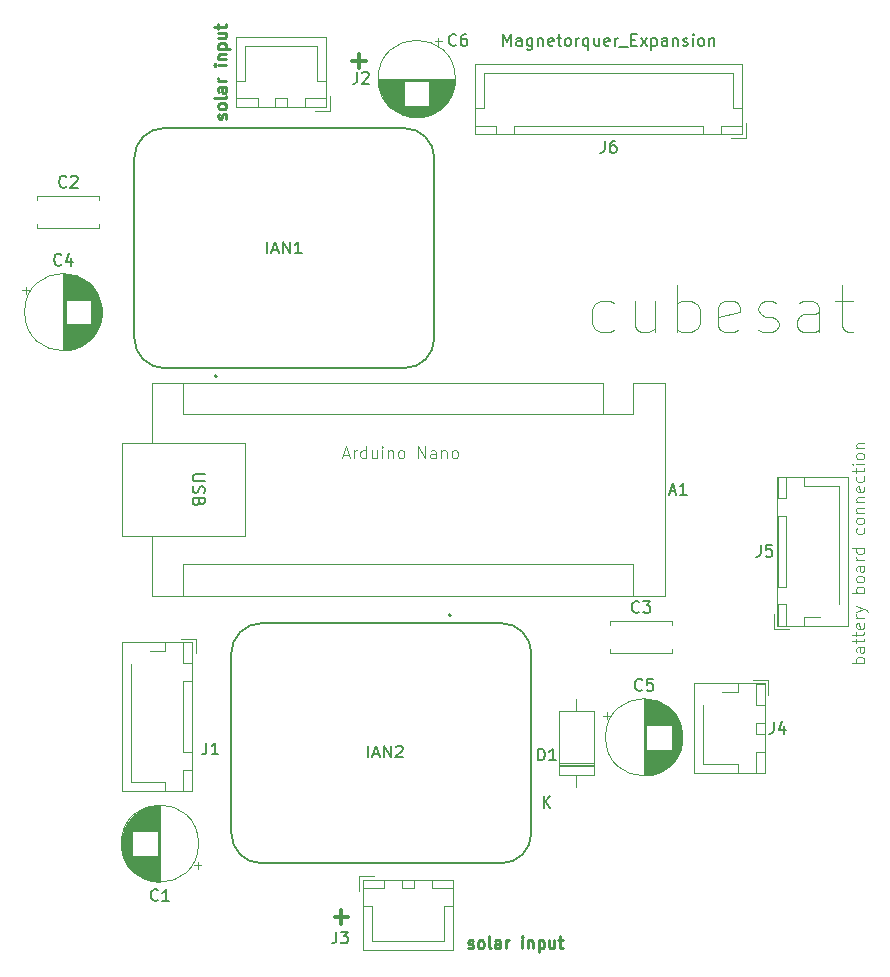
<source format=gbr>
%TF.GenerationSoftware,KiCad,Pcbnew,9.0.4*%
%TF.CreationDate,2025-10-27T02:22:18+05:45*%
%TF.ProjectId,CubeSat_STEM_Board,43756265-5361-4745-9f53-54454d5f426f,rev?*%
%TF.SameCoordinates,Original*%
%TF.FileFunction,Legend,Top*%
%TF.FilePolarity,Positive*%
%FSLAX46Y46*%
G04 Gerber Fmt 4.6, Leading zero omitted, Abs format (unit mm)*
G04 Created by KiCad (PCBNEW 9.0.4) date 2025-10-27 02:22:18*
%MOMM*%
%LPD*%
G01*
G04 APERTURE LIST*
%ADD10C,0.250000*%
%ADD11C,0.100000*%
%ADD12C,0.300000*%
%ADD13C,0.150000*%
%ADD14C,0.127000*%
%ADD15C,0.200000*%
%ADD16C,0.120000*%
G04 APERTURE END LIST*
D10*
X156354949Y-129317000D02*
X156450187Y-129364619D01*
X156450187Y-129364619D02*
X156640663Y-129364619D01*
X156640663Y-129364619D02*
X156735901Y-129317000D01*
X156735901Y-129317000D02*
X156783520Y-129221761D01*
X156783520Y-129221761D02*
X156783520Y-129174142D01*
X156783520Y-129174142D02*
X156735901Y-129078904D01*
X156735901Y-129078904D02*
X156640663Y-129031285D01*
X156640663Y-129031285D02*
X156497806Y-129031285D01*
X156497806Y-129031285D02*
X156402568Y-128983666D01*
X156402568Y-128983666D02*
X156354949Y-128888428D01*
X156354949Y-128888428D02*
X156354949Y-128840809D01*
X156354949Y-128840809D02*
X156402568Y-128745571D01*
X156402568Y-128745571D02*
X156497806Y-128697952D01*
X156497806Y-128697952D02*
X156640663Y-128697952D01*
X156640663Y-128697952D02*
X156735901Y-128745571D01*
X157354949Y-129364619D02*
X157259711Y-129317000D01*
X157259711Y-129317000D02*
X157212092Y-129269380D01*
X157212092Y-129269380D02*
X157164473Y-129174142D01*
X157164473Y-129174142D02*
X157164473Y-128888428D01*
X157164473Y-128888428D02*
X157212092Y-128793190D01*
X157212092Y-128793190D02*
X157259711Y-128745571D01*
X157259711Y-128745571D02*
X157354949Y-128697952D01*
X157354949Y-128697952D02*
X157497806Y-128697952D01*
X157497806Y-128697952D02*
X157593044Y-128745571D01*
X157593044Y-128745571D02*
X157640663Y-128793190D01*
X157640663Y-128793190D02*
X157688282Y-128888428D01*
X157688282Y-128888428D02*
X157688282Y-129174142D01*
X157688282Y-129174142D02*
X157640663Y-129269380D01*
X157640663Y-129269380D02*
X157593044Y-129317000D01*
X157593044Y-129317000D02*
X157497806Y-129364619D01*
X157497806Y-129364619D02*
X157354949Y-129364619D01*
X158259711Y-129364619D02*
X158164473Y-129317000D01*
X158164473Y-129317000D02*
X158116854Y-129221761D01*
X158116854Y-129221761D02*
X158116854Y-128364619D01*
X159069235Y-129364619D02*
X159069235Y-128840809D01*
X159069235Y-128840809D02*
X159021616Y-128745571D01*
X159021616Y-128745571D02*
X158926378Y-128697952D01*
X158926378Y-128697952D02*
X158735902Y-128697952D01*
X158735902Y-128697952D02*
X158640664Y-128745571D01*
X159069235Y-129317000D02*
X158973997Y-129364619D01*
X158973997Y-129364619D02*
X158735902Y-129364619D01*
X158735902Y-129364619D02*
X158640664Y-129317000D01*
X158640664Y-129317000D02*
X158593045Y-129221761D01*
X158593045Y-129221761D02*
X158593045Y-129126523D01*
X158593045Y-129126523D02*
X158640664Y-129031285D01*
X158640664Y-129031285D02*
X158735902Y-128983666D01*
X158735902Y-128983666D02*
X158973997Y-128983666D01*
X158973997Y-128983666D02*
X159069235Y-128936047D01*
X159545426Y-129364619D02*
X159545426Y-128697952D01*
X159545426Y-128888428D02*
X159593045Y-128793190D01*
X159593045Y-128793190D02*
X159640664Y-128745571D01*
X159640664Y-128745571D02*
X159735902Y-128697952D01*
X159735902Y-128697952D02*
X159831140Y-128697952D01*
X160926379Y-129364619D02*
X160926379Y-128697952D01*
X160926379Y-128364619D02*
X160878760Y-128412238D01*
X160878760Y-128412238D02*
X160926379Y-128459857D01*
X160926379Y-128459857D02*
X160973998Y-128412238D01*
X160973998Y-128412238D02*
X160926379Y-128364619D01*
X160926379Y-128364619D02*
X160926379Y-128459857D01*
X161402569Y-128697952D02*
X161402569Y-129364619D01*
X161402569Y-128793190D02*
X161450188Y-128745571D01*
X161450188Y-128745571D02*
X161545426Y-128697952D01*
X161545426Y-128697952D02*
X161688283Y-128697952D01*
X161688283Y-128697952D02*
X161783521Y-128745571D01*
X161783521Y-128745571D02*
X161831140Y-128840809D01*
X161831140Y-128840809D02*
X161831140Y-129364619D01*
X162307331Y-128697952D02*
X162307331Y-129697952D01*
X162307331Y-128745571D02*
X162402569Y-128697952D01*
X162402569Y-128697952D02*
X162593045Y-128697952D01*
X162593045Y-128697952D02*
X162688283Y-128745571D01*
X162688283Y-128745571D02*
X162735902Y-128793190D01*
X162735902Y-128793190D02*
X162783521Y-128888428D01*
X162783521Y-128888428D02*
X162783521Y-129174142D01*
X162783521Y-129174142D02*
X162735902Y-129269380D01*
X162735902Y-129269380D02*
X162688283Y-129317000D01*
X162688283Y-129317000D02*
X162593045Y-129364619D01*
X162593045Y-129364619D02*
X162402569Y-129364619D01*
X162402569Y-129364619D02*
X162307331Y-129317000D01*
X163640664Y-128697952D02*
X163640664Y-129364619D01*
X163212093Y-128697952D02*
X163212093Y-129221761D01*
X163212093Y-129221761D02*
X163259712Y-129317000D01*
X163259712Y-129317000D02*
X163354950Y-129364619D01*
X163354950Y-129364619D02*
X163497807Y-129364619D01*
X163497807Y-129364619D02*
X163593045Y-129317000D01*
X163593045Y-129317000D02*
X163640664Y-129269380D01*
X163973998Y-128697952D02*
X164354950Y-128697952D01*
X164116855Y-128364619D02*
X164116855Y-129221761D01*
X164116855Y-129221761D02*
X164164474Y-129317000D01*
X164164474Y-129317000D02*
X164259712Y-129364619D01*
X164259712Y-129364619D02*
X164354950Y-129364619D01*
D11*
X168732455Y-77014800D02*
X168351503Y-77205276D01*
X168351503Y-77205276D02*
X167589598Y-77205276D01*
X167589598Y-77205276D02*
X167208646Y-77014800D01*
X167208646Y-77014800D02*
X167018169Y-76824323D01*
X167018169Y-76824323D02*
X166827693Y-76443371D01*
X166827693Y-76443371D02*
X166827693Y-75300514D01*
X166827693Y-75300514D02*
X167018169Y-74919561D01*
X167018169Y-74919561D02*
X167208646Y-74729085D01*
X167208646Y-74729085D02*
X167589598Y-74538609D01*
X167589598Y-74538609D02*
X168351503Y-74538609D01*
X168351503Y-74538609D02*
X168732455Y-74729085D01*
X172161026Y-74538609D02*
X172161026Y-77205276D01*
X170446740Y-74538609D02*
X170446740Y-76633847D01*
X170446740Y-76633847D02*
X170637217Y-77014800D01*
X170637217Y-77014800D02*
X171018169Y-77205276D01*
X171018169Y-77205276D02*
X171589598Y-77205276D01*
X171589598Y-77205276D02*
X171970550Y-77014800D01*
X171970550Y-77014800D02*
X172161026Y-76824323D01*
X174065788Y-77205276D02*
X174065788Y-73205276D01*
X174065788Y-74729085D02*
X174446741Y-74538609D01*
X174446741Y-74538609D02*
X175208646Y-74538609D01*
X175208646Y-74538609D02*
X175589598Y-74729085D01*
X175589598Y-74729085D02*
X175780074Y-74919561D01*
X175780074Y-74919561D02*
X175970550Y-75300514D01*
X175970550Y-75300514D02*
X175970550Y-76443371D01*
X175970550Y-76443371D02*
X175780074Y-76824323D01*
X175780074Y-76824323D02*
X175589598Y-77014800D01*
X175589598Y-77014800D02*
X175208646Y-77205276D01*
X175208646Y-77205276D02*
X174446741Y-77205276D01*
X174446741Y-77205276D02*
X174065788Y-77014800D01*
X179208646Y-77014800D02*
X178827694Y-77205276D01*
X178827694Y-77205276D02*
X178065789Y-77205276D01*
X178065789Y-77205276D02*
X177684836Y-77014800D01*
X177684836Y-77014800D02*
X177494360Y-76633847D01*
X177494360Y-76633847D02*
X177494360Y-75110038D01*
X177494360Y-75110038D02*
X177684836Y-74729085D01*
X177684836Y-74729085D02*
X178065789Y-74538609D01*
X178065789Y-74538609D02*
X178827694Y-74538609D01*
X178827694Y-74538609D02*
X179208646Y-74729085D01*
X179208646Y-74729085D02*
X179399122Y-75110038D01*
X179399122Y-75110038D02*
X179399122Y-75490990D01*
X179399122Y-75490990D02*
X177494360Y-75871942D01*
X180922931Y-77014800D02*
X181303884Y-77205276D01*
X181303884Y-77205276D02*
X182065788Y-77205276D01*
X182065788Y-77205276D02*
X182446741Y-77014800D01*
X182446741Y-77014800D02*
X182637217Y-76633847D01*
X182637217Y-76633847D02*
X182637217Y-76443371D01*
X182637217Y-76443371D02*
X182446741Y-76062419D01*
X182446741Y-76062419D02*
X182065788Y-75871942D01*
X182065788Y-75871942D02*
X181494360Y-75871942D01*
X181494360Y-75871942D02*
X181113407Y-75681466D01*
X181113407Y-75681466D02*
X180922931Y-75300514D01*
X180922931Y-75300514D02*
X180922931Y-75110038D01*
X180922931Y-75110038D02*
X181113407Y-74729085D01*
X181113407Y-74729085D02*
X181494360Y-74538609D01*
X181494360Y-74538609D02*
X182065788Y-74538609D01*
X182065788Y-74538609D02*
X182446741Y-74729085D01*
X186065788Y-77205276D02*
X186065788Y-75110038D01*
X186065788Y-75110038D02*
X185875312Y-74729085D01*
X185875312Y-74729085D02*
X185494360Y-74538609D01*
X185494360Y-74538609D02*
X184732455Y-74538609D01*
X184732455Y-74538609D02*
X184351502Y-74729085D01*
X186065788Y-77014800D02*
X185684836Y-77205276D01*
X185684836Y-77205276D02*
X184732455Y-77205276D01*
X184732455Y-77205276D02*
X184351502Y-77014800D01*
X184351502Y-77014800D02*
X184161026Y-76633847D01*
X184161026Y-76633847D02*
X184161026Y-76252895D01*
X184161026Y-76252895D02*
X184351502Y-75871942D01*
X184351502Y-75871942D02*
X184732455Y-75681466D01*
X184732455Y-75681466D02*
X185684836Y-75681466D01*
X185684836Y-75681466D02*
X186065788Y-75490990D01*
X187399122Y-74538609D02*
X188922931Y-74538609D01*
X187970550Y-73205276D02*
X187970550Y-76633847D01*
X187970550Y-76633847D02*
X188161027Y-77014800D01*
X188161027Y-77014800D02*
X188541979Y-77205276D01*
X188541979Y-77205276D02*
X188922931Y-77205276D01*
X145756265Y-87586704D02*
X146232455Y-87586704D01*
X145661027Y-87872419D02*
X145994360Y-86872419D01*
X145994360Y-86872419D02*
X146327693Y-87872419D01*
X146661027Y-87872419D02*
X146661027Y-87205752D01*
X146661027Y-87396228D02*
X146708646Y-87300990D01*
X146708646Y-87300990D02*
X146756265Y-87253371D01*
X146756265Y-87253371D02*
X146851503Y-87205752D01*
X146851503Y-87205752D02*
X146946741Y-87205752D01*
X147708646Y-87872419D02*
X147708646Y-86872419D01*
X147708646Y-87824800D02*
X147613408Y-87872419D01*
X147613408Y-87872419D02*
X147422932Y-87872419D01*
X147422932Y-87872419D02*
X147327694Y-87824800D01*
X147327694Y-87824800D02*
X147280075Y-87777180D01*
X147280075Y-87777180D02*
X147232456Y-87681942D01*
X147232456Y-87681942D02*
X147232456Y-87396228D01*
X147232456Y-87396228D02*
X147280075Y-87300990D01*
X147280075Y-87300990D02*
X147327694Y-87253371D01*
X147327694Y-87253371D02*
X147422932Y-87205752D01*
X147422932Y-87205752D02*
X147613408Y-87205752D01*
X147613408Y-87205752D02*
X147708646Y-87253371D01*
X148613408Y-87205752D02*
X148613408Y-87872419D01*
X148184837Y-87205752D02*
X148184837Y-87729561D01*
X148184837Y-87729561D02*
X148232456Y-87824800D01*
X148232456Y-87824800D02*
X148327694Y-87872419D01*
X148327694Y-87872419D02*
X148470551Y-87872419D01*
X148470551Y-87872419D02*
X148565789Y-87824800D01*
X148565789Y-87824800D02*
X148613408Y-87777180D01*
X149089599Y-87872419D02*
X149089599Y-87205752D01*
X149089599Y-86872419D02*
X149041980Y-86920038D01*
X149041980Y-86920038D02*
X149089599Y-86967657D01*
X149089599Y-86967657D02*
X149137218Y-86920038D01*
X149137218Y-86920038D02*
X149089599Y-86872419D01*
X149089599Y-86872419D02*
X149089599Y-86967657D01*
X149565789Y-87205752D02*
X149565789Y-87872419D01*
X149565789Y-87300990D02*
X149613408Y-87253371D01*
X149613408Y-87253371D02*
X149708646Y-87205752D01*
X149708646Y-87205752D02*
X149851503Y-87205752D01*
X149851503Y-87205752D02*
X149946741Y-87253371D01*
X149946741Y-87253371D02*
X149994360Y-87348609D01*
X149994360Y-87348609D02*
X149994360Y-87872419D01*
X150613408Y-87872419D02*
X150518170Y-87824800D01*
X150518170Y-87824800D02*
X150470551Y-87777180D01*
X150470551Y-87777180D02*
X150422932Y-87681942D01*
X150422932Y-87681942D02*
X150422932Y-87396228D01*
X150422932Y-87396228D02*
X150470551Y-87300990D01*
X150470551Y-87300990D02*
X150518170Y-87253371D01*
X150518170Y-87253371D02*
X150613408Y-87205752D01*
X150613408Y-87205752D02*
X150756265Y-87205752D01*
X150756265Y-87205752D02*
X150851503Y-87253371D01*
X150851503Y-87253371D02*
X150899122Y-87300990D01*
X150899122Y-87300990D02*
X150946741Y-87396228D01*
X150946741Y-87396228D02*
X150946741Y-87681942D01*
X150946741Y-87681942D02*
X150899122Y-87777180D01*
X150899122Y-87777180D02*
X150851503Y-87824800D01*
X150851503Y-87824800D02*
X150756265Y-87872419D01*
X150756265Y-87872419D02*
X150613408Y-87872419D01*
X152137218Y-87872419D02*
X152137218Y-86872419D01*
X152137218Y-86872419D02*
X152708646Y-87872419D01*
X152708646Y-87872419D02*
X152708646Y-86872419D01*
X153613408Y-87872419D02*
X153613408Y-87348609D01*
X153613408Y-87348609D02*
X153565789Y-87253371D01*
X153565789Y-87253371D02*
X153470551Y-87205752D01*
X153470551Y-87205752D02*
X153280075Y-87205752D01*
X153280075Y-87205752D02*
X153184837Y-87253371D01*
X153613408Y-87824800D02*
X153518170Y-87872419D01*
X153518170Y-87872419D02*
X153280075Y-87872419D01*
X153280075Y-87872419D02*
X153184837Y-87824800D01*
X153184837Y-87824800D02*
X153137218Y-87729561D01*
X153137218Y-87729561D02*
X153137218Y-87634323D01*
X153137218Y-87634323D02*
X153184837Y-87539085D01*
X153184837Y-87539085D02*
X153280075Y-87491466D01*
X153280075Y-87491466D02*
X153518170Y-87491466D01*
X153518170Y-87491466D02*
X153613408Y-87443847D01*
X154089599Y-87205752D02*
X154089599Y-87872419D01*
X154089599Y-87300990D02*
X154137218Y-87253371D01*
X154137218Y-87253371D02*
X154232456Y-87205752D01*
X154232456Y-87205752D02*
X154375313Y-87205752D01*
X154375313Y-87205752D02*
X154470551Y-87253371D01*
X154470551Y-87253371D02*
X154518170Y-87348609D01*
X154518170Y-87348609D02*
X154518170Y-87872419D01*
X155137218Y-87872419D02*
X155041980Y-87824800D01*
X155041980Y-87824800D02*
X154994361Y-87777180D01*
X154994361Y-87777180D02*
X154946742Y-87681942D01*
X154946742Y-87681942D02*
X154946742Y-87396228D01*
X154946742Y-87396228D02*
X154994361Y-87300990D01*
X154994361Y-87300990D02*
X155041980Y-87253371D01*
X155041980Y-87253371D02*
X155137218Y-87205752D01*
X155137218Y-87205752D02*
X155280075Y-87205752D01*
X155280075Y-87205752D02*
X155375313Y-87253371D01*
X155375313Y-87253371D02*
X155422932Y-87300990D01*
X155422932Y-87300990D02*
X155470551Y-87396228D01*
X155470551Y-87396228D02*
X155470551Y-87681942D01*
X155470551Y-87681942D02*
X155422932Y-87777180D01*
X155422932Y-87777180D02*
X155375313Y-87824800D01*
X155375313Y-87824800D02*
X155280075Y-87872419D01*
X155280075Y-87872419D02*
X155137218Y-87872419D01*
X189872419Y-105196115D02*
X188872419Y-105196115D01*
X189253371Y-105196115D02*
X189205752Y-105100877D01*
X189205752Y-105100877D02*
X189205752Y-104910401D01*
X189205752Y-104910401D02*
X189253371Y-104815163D01*
X189253371Y-104815163D02*
X189300990Y-104767544D01*
X189300990Y-104767544D02*
X189396228Y-104719925D01*
X189396228Y-104719925D02*
X189681942Y-104719925D01*
X189681942Y-104719925D02*
X189777180Y-104767544D01*
X189777180Y-104767544D02*
X189824800Y-104815163D01*
X189824800Y-104815163D02*
X189872419Y-104910401D01*
X189872419Y-104910401D02*
X189872419Y-105100877D01*
X189872419Y-105100877D02*
X189824800Y-105196115D01*
X189872419Y-103862782D02*
X189348609Y-103862782D01*
X189348609Y-103862782D02*
X189253371Y-103910401D01*
X189253371Y-103910401D02*
X189205752Y-104005639D01*
X189205752Y-104005639D02*
X189205752Y-104196115D01*
X189205752Y-104196115D02*
X189253371Y-104291353D01*
X189824800Y-103862782D02*
X189872419Y-103958020D01*
X189872419Y-103958020D02*
X189872419Y-104196115D01*
X189872419Y-104196115D02*
X189824800Y-104291353D01*
X189824800Y-104291353D02*
X189729561Y-104338972D01*
X189729561Y-104338972D02*
X189634323Y-104338972D01*
X189634323Y-104338972D02*
X189539085Y-104291353D01*
X189539085Y-104291353D02*
X189491466Y-104196115D01*
X189491466Y-104196115D02*
X189491466Y-103958020D01*
X189491466Y-103958020D02*
X189443847Y-103862782D01*
X189205752Y-103529448D02*
X189205752Y-103148496D01*
X188872419Y-103386591D02*
X189729561Y-103386591D01*
X189729561Y-103386591D02*
X189824800Y-103338972D01*
X189824800Y-103338972D02*
X189872419Y-103243734D01*
X189872419Y-103243734D02*
X189872419Y-103148496D01*
X189205752Y-102958019D02*
X189205752Y-102577067D01*
X188872419Y-102815162D02*
X189729561Y-102815162D01*
X189729561Y-102815162D02*
X189824800Y-102767543D01*
X189824800Y-102767543D02*
X189872419Y-102672305D01*
X189872419Y-102672305D02*
X189872419Y-102577067D01*
X189824800Y-101862781D02*
X189872419Y-101958019D01*
X189872419Y-101958019D02*
X189872419Y-102148495D01*
X189872419Y-102148495D02*
X189824800Y-102243733D01*
X189824800Y-102243733D02*
X189729561Y-102291352D01*
X189729561Y-102291352D02*
X189348609Y-102291352D01*
X189348609Y-102291352D02*
X189253371Y-102243733D01*
X189253371Y-102243733D02*
X189205752Y-102148495D01*
X189205752Y-102148495D02*
X189205752Y-101958019D01*
X189205752Y-101958019D02*
X189253371Y-101862781D01*
X189253371Y-101862781D02*
X189348609Y-101815162D01*
X189348609Y-101815162D02*
X189443847Y-101815162D01*
X189443847Y-101815162D02*
X189539085Y-102291352D01*
X189872419Y-101386590D02*
X189205752Y-101386590D01*
X189396228Y-101386590D02*
X189300990Y-101338971D01*
X189300990Y-101338971D02*
X189253371Y-101291352D01*
X189253371Y-101291352D02*
X189205752Y-101196114D01*
X189205752Y-101196114D02*
X189205752Y-101100876D01*
X189205752Y-100862780D02*
X189872419Y-100624685D01*
X189205752Y-100386590D02*
X189872419Y-100624685D01*
X189872419Y-100624685D02*
X190110514Y-100719923D01*
X190110514Y-100719923D02*
X190158133Y-100767542D01*
X190158133Y-100767542D02*
X190205752Y-100862780D01*
X189872419Y-99243732D02*
X188872419Y-99243732D01*
X189253371Y-99243732D02*
X189205752Y-99148494D01*
X189205752Y-99148494D02*
X189205752Y-98958018D01*
X189205752Y-98958018D02*
X189253371Y-98862780D01*
X189253371Y-98862780D02*
X189300990Y-98815161D01*
X189300990Y-98815161D02*
X189396228Y-98767542D01*
X189396228Y-98767542D02*
X189681942Y-98767542D01*
X189681942Y-98767542D02*
X189777180Y-98815161D01*
X189777180Y-98815161D02*
X189824800Y-98862780D01*
X189824800Y-98862780D02*
X189872419Y-98958018D01*
X189872419Y-98958018D02*
X189872419Y-99148494D01*
X189872419Y-99148494D02*
X189824800Y-99243732D01*
X189872419Y-98196113D02*
X189824800Y-98291351D01*
X189824800Y-98291351D02*
X189777180Y-98338970D01*
X189777180Y-98338970D02*
X189681942Y-98386589D01*
X189681942Y-98386589D02*
X189396228Y-98386589D01*
X189396228Y-98386589D02*
X189300990Y-98338970D01*
X189300990Y-98338970D02*
X189253371Y-98291351D01*
X189253371Y-98291351D02*
X189205752Y-98196113D01*
X189205752Y-98196113D02*
X189205752Y-98053256D01*
X189205752Y-98053256D02*
X189253371Y-97958018D01*
X189253371Y-97958018D02*
X189300990Y-97910399D01*
X189300990Y-97910399D02*
X189396228Y-97862780D01*
X189396228Y-97862780D02*
X189681942Y-97862780D01*
X189681942Y-97862780D02*
X189777180Y-97910399D01*
X189777180Y-97910399D02*
X189824800Y-97958018D01*
X189824800Y-97958018D02*
X189872419Y-98053256D01*
X189872419Y-98053256D02*
X189872419Y-98196113D01*
X189872419Y-97005637D02*
X189348609Y-97005637D01*
X189348609Y-97005637D02*
X189253371Y-97053256D01*
X189253371Y-97053256D02*
X189205752Y-97148494D01*
X189205752Y-97148494D02*
X189205752Y-97338970D01*
X189205752Y-97338970D02*
X189253371Y-97434208D01*
X189824800Y-97005637D02*
X189872419Y-97100875D01*
X189872419Y-97100875D02*
X189872419Y-97338970D01*
X189872419Y-97338970D02*
X189824800Y-97434208D01*
X189824800Y-97434208D02*
X189729561Y-97481827D01*
X189729561Y-97481827D02*
X189634323Y-97481827D01*
X189634323Y-97481827D02*
X189539085Y-97434208D01*
X189539085Y-97434208D02*
X189491466Y-97338970D01*
X189491466Y-97338970D02*
X189491466Y-97100875D01*
X189491466Y-97100875D02*
X189443847Y-97005637D01*
X189872419Y-96529446D02*
X189205752Y-96529446D01*
X189396228Y-96529446D02*
X189300990Y-96481827D01*
X189300990Y-96481827D02*
X189253371Y-96434208D01*
X189253371Y-96434208D02*
X189205752Y-96338970D01*
X189205752Y-96338970D02*
X189205752Y-96243732D01*
X189872419Y-95481827D02*
X188872419Y-95481827D01*
X189824800Y-95481827D02*
X189872419Y-95577065D01*
X189872419Y-95577065D02*
X189872419Y-95767541D01*
X189872419Y-95767541D02*
X189824800Y-95862779D01*
X189824800Y-95862779D02*
X189777180Y-95910398D01*
X189777180Y-95910398D02*
X189681942Y-95958017D01*
X189681942Y-95958017D02*
X189396228Y-95958017D01*
X189396228Y-95958017D02*
X189300990Y-95910398D01*
X189300990Y-95910398D02*
X189253371Y-95862779D01*
X189253371Y-95862779D02*
X189205752Y-95767541D01*
X189205752Y-95767541D02*
X189205752Y-95577065D01*
X189205752Y-95577065D02*
X189253371Y-95481827D01*
X189824800Y-93815160D02*
X189872419Y-93910398D01*
X189872419Y-93910398D02*
X189872419Y-94100874D01*
X189872419Y-94100874D02*
X189824800Y-94196112D01*
X189824800Y-94196112D02*
X189777180Y-94243731D01*
X189777180Y-94243731D02*
X189681942Y-94291350D01*
X189681942Y-94291350D02*
X189396228Y-94291350D01*
X189396228Y-94291350D02*
X189300990Y-94243731D01*
X189300990Y-94243731D02*
X189253371Y-94196112D01*
X189253371Y-94196112D02*
X189205752Y-94100874D01*
X189205752Y-94100874D02*
X189205752Y-93910398D01*
X189205752Y-93910398D02*
X189253371Y-93815160D01*
X189872419Y-93243731D02*
X189824800Y-93338969D01*
X189824800Y-93338969D02*
X189777180Y-93386588D01*
X189777180Y-93386588D02*
X189681942Y-93434207D01*
X189681942Y-93434207D02*
X189396228Y-93434207D01*
X189396228Y-93434207D02*
X189300990Y-93386588D01*
X189300990Y-93386588D02*
X189253371Y-93338969D01*
X189253371Y-93338969D02*
X189205752Y-93243731D01*
X189205752Y-93243731D02*
X189205752Y-93100874D01*
X189205752Y-93100874D02*
X189253371Y-93005636D01*
X189253371Y-93005636D02*
X189300990Y-92958017D01*
X189300990Y-92958017D02*
X189396228Y-92910398D01*
X189396228Y-92910398D02*
X189681942Y-92910398D01*
X189681942Y-92910398D02*
X189777180Y-92958017D01*
X189777180Y-92958017D02*
X189824800Y-93005636D01*
X189824800Y-93005636D02*
X189872419Y-93100874D01*
X189872419Y-93100874D02*
X189872419Y-93243731D01*
X189205752Y-92481826D02*
X189872419Y-92481826D01*
X189300990Y-92481826D02*
X189253371Y-92434207D01*
X189253371Y-92434207D02*
X189205752Y-92338969D01*
X189205752Y-92338969D02*
X189205752Y-92196112D01*
X189205752Y-92196112D02*
X189253371Y-92100874D01*
X189253371Y-92100874D02*
X189348609Y-92053255D01*
X189348609Y-92053255D02*
X189872419Y-92053255D01*
X189205752Y-91577064D02*
X189872419Y-91577064D01*
X189300990Y-91577064D02*
X189253371Y-91529445D01*
X189253371Y-91529445D02*
X189205752Y-91434207D01*
X189205752Y-91434207D02*
X189205752Y-91291350D01*
X189205752Y-91291350D02*
X189253371Y-91196112D01*
X189253371Y-91196112D02*
X189348609Y-91148493D01*
X189348609Y-91148493D02*
X189872419Y-91148493D01*
X189824800Y-90291350D02*
X189872419Y-90386588D01*
X189872419Y-90386588D02*
X189872419Y-90577064D01*
X189872419Y-90577064D02*
X189824800Y-90672302D01*
X189824800Y-90672302D02*
X189729561Y-90719921D01*
X189729561Y-90719921D02*
X189348609Y-90719921D01*
X189348609Y-90719921D02*
X189253371Y-90672302D01*
X189253371Y-90672302D02*
X189205752Y-90577064D01*
X189205752Y-90577064D02*
X189205752Y-90386588D01*
X189205752Y-90386588D02*
X189253371Y-90291350D01*
X189253371Y-90291350D02*
X189348609Y-90243731D01*
X189348609Y-90243731D02*
X189443847Y-90243731D01*
X189443847Y-90243731D02*
X189539085Y-90719921D01*
X189824800Y-89386588D02*
X189872419Y-89481826D01*
X189872419Y-89481826D02*
X189872419Y-89672302D01*
X189872419Y-89672302D02*
X189824800Y-89767540D01*
X189824800Y-89767540D02*
X189777180Y-89815159D01*
X189777180Y-89815159D02*
X189681942Y-89862778D01*
X189681942Y-89862778D02*
X189396228Y-89862778D01*
X189396228Y-89862778D02*
X189300990Y-89815159D01*
X189300990Y-89815159D02*
X189253371Y-89767540D01*
X189253371Y-89767540D02*
X189205752Y-89672302D01*
X189205752Y-89672302D02*
X189205752Y-89481826D01*
X189205752Y-89481826D02*
X189253371Y-89386588D01*
X189205752Y-89100873D02*
X189205752Y-88719921D01*
X188872419Y-88958016D02*
X189729561Y-88958016D01*
X189729561Y-88958016D02*
X189824800Y-88910397D01*
X189824800Y-88910397D02*
X189872419Y-88815159D01*
X189872419Y-88815159D02*
X189872419Y-88719921D01*
X189872419Y-88386587D02*
X189205752Y-88386587D01*
X188872419Y-88386587D02*
X188920038Y-88434206D01*
X188920038Y-88434206D02*
X188967657Y-88386587D01*
X188967657Y-88386587D02*
X188920038Y-88338968D01*
X188920038Y-88338968D02*
X188872419Y-88386587D01*
X188872419Y-88386587D02*
X188967657Y-88386587D01*
X189872419Y-87767540D02*
X189824800Y-87862778D01*
X189824800Y-87862778D02*
X189777180Y-87910397D01*
X189777180Y-87910397D02*
X189681942Y-87958016D01*
X189681942Y-87958016D02*
X189396228Y-87958016D01*
X189396228Y-87958016D02*
X189300990Y-87910397D01*
X189300990Y-87910397D02*
X189253371Y-87862778D01*
X189253371Y-87862778D02*
X189205752Y-87767540D01*
X189205752Y-87767540D02*
X189205752Y-87624683D01*
X189205752Y-87624683D02*
X189253371Y-87529445D01*
X189253371Y-87529445D02*
X189300990Y-87481826D01*
X189300990Y-87481826D02*
X189396228Y-87434207D01*
X189396228Y-87434207D02*
X189681942Y-87434207D01*
X189681942Y-87434207D02*
X189777180Y-87481826D01*
X189777180Y-87481826D02*
X189824800Y-87529445D01*
X189824800Y-87529445D02*
X189872419Y-87624683D01*
X189872419Y-87624683D02*
X189872419Y-87767540D01*
X189205752Y-87005635D02*
X189872419Y-87005635D01*
X189300990Y-87005635D02*
X189253371Y-86958016D01*
X189253371Y-86958016D02*
X189205752Y-86862778D01*
X189205752Y-86862778D02*
X189205752Y-86719921D01*
X189205752Y-86719921D02*
X189253371Y-86624683D01*
X189253371Y-86624683D02*
X189348609Y-86577064D01*
X189348609Y-86577064D02*
X189872419Y-86577064D01*
D12*
X145054510Y-126729400D02*
X146197368Y-126729400D01*
X145625939Y-127300828D02*
X145625939Y-126157971D01*
D10*
X135817000Y-59145050D02*
X135864619Y-59049812D01*
X135864619Y-59049812D02*
X135864619Y-58859336D01*
X135864619Y-58859336D02*
X135817000Y-58764098D01*
X135817000Y-58764098D02*
X135721761Y-58716479D01*
X135721761Y-58716479D02*
X135674142Y-58716479D01*
X135674142Y-58716479D02*
X135578904Y-58764098D01*
X135578904Y-58764098D02*
X135531285Y-58859336D01*
X135531285Y-58859336D02*
X135531285Y-59002193D01*
X135531285Y-59002193D02*
X135483666Y-59097431D01*
X135483666Y-59097431D02*
X135388428Y-59145050D01*
X135388428Y-59145050D02*
X135340809Y-59145050D01*
X135340809Y-59145050D02*
X135245571Y-59097431D01*
X135245571Y-59097431D02*
X135197952Y-59002193D01*
X135197952Y-59002193D02*
X135197952Y-58859336D01*
X135197952Y-58859336D02*
X135245571Y-58764098D01*
X135864619Y-58145050D02*
X135817000Y-58240288D01*
X135817000Y-58240288D02*
X135769380Y-58287907D01*
X135769380Y-58287907D02*
X135674142Y-58335526D01*
X135674142Y-58335526D02*
X135388428Y-58335526D01*
X135388428Y-58335526D02*
X135293190Y-58287907D01*
X135293190Y-58287907D02*
X135245571Y-58240288D01*
X135245571Y-58240288D02*
X135197952Y-58145050D01*
X135197952Y-58145050D02*
X135197952Y-58002193D01*
X135197952Y-58002193D02*
X135245571Y-57906955D01*
X135245571Y-57906955D02*
X135293190Y-57859336D01*
X135293190Y-57859336D02*
X135388428Y-57811717D01*
X135388428Y-57811717D02*
X135674142Y-57811717D01*
X135674142Y-57811717D02*
X135769380Y-57859336D01*
X135769380Y-57859336D02*
X135817000Y-57906955D01*
X135817000Y-57906955D02*
X135864619Y-58002193D01*
X135864619Y-58002193D02*
X135864619Y-58145050D01*
X135864619Y-57240288D02*
X135817000Y-57335526D01*
X135817000Y-57335526D02*
X135721761Y-57383145D01*
X135721761Y-57383145D02*
X134864619Y-57383145D01*
X135864619Y-56430764D02*
X135340809Y-56430764D01*
X135340809Y-56430764D02*
X135245571Y-56478383D01*
X135245571Y-56478383D02*
X135197952Y-56573621D01*
X135197952Y-56573621D02*
X135197952Y-56764097D01*
X135197952Y-56764097D02*
X135245571Y-56859335D01*
X135817000Y-56430764D02*
X135864619Y-56526002D01*
X135864619Y-56526002D02*
X135864619Y-56764097D01*
X135864619Y-56764097D02*
X135817000Y-56859335D01*
X135817000Y-56859335D02*
X135721761Y-56906954D01*
X135721761Y-56906954D02*
X135626523Y-56906954D01*
X135626523Y-56906954D02*
X135531285Y-56859335D01*
X135531285Y-56859335D02*
X135483666Y-56764097D01*
X135483666Y-56764097D02*
X135483666Y-56526002D01*
X135483666Y-56526002D02*
X135436047Y-56430764D01*
X135864619Y-55954573D02*
X135197952Y-55954573D01*
X135388428Y-55954573D02*
X135293190Y-55906954D01*
X135293190Y-55906954D02*
X135245571Y-55859335D01*
X135245571Y-55859335D02*
X135197952Y-55764097D01*
X135197952Y-55764097D02*
X135197952Y-55668859D01*
X135864619Y-54573620D02*
X135197952Y-54573620D01*
X134864619Y-54573620D02*
X134912238Y-54621239D01*
X134912238Y-54621239D02*
X134959857Y-54573620D01*
X134959857Y-54573620D02*
X134912238Y-54526001D01*
X134912238Y-54526001D02*
X134864619Y-54573620D01*
X134864619Y-54573620D02*
X134959857Y-54573620D01*
X135197952Y-54097430D02*
X135864619Y-54097430D01*
X135293190Y-54097430D02*
X135245571Y-54049811D01*
X135245571Y-54049811D02*
X135197952Y-53954573D01*
X135197952Y-53954573D02*
X135197952Y-53811716D01*
X135197952Y-53811716D02*
X135245571Y-53716478D01*
X135245571Y-53716478D02*
X135340809Y-53668859D01*
X135340809Y-53668859D02*
X135864619Y-53668859D01*
X135197952Y-53192668D02*
X136197952Y-53192668D01*
X135245571Y-53192668D02*
X135197952Y-53097430D01*
X135197952Y-53097430D02*
X135197952Y-52906954D01*
X135197952Y-52906954D02*
X135245571Y-52811716D01*
X135245571Y-52811716D02*
X135293190Y-52764097D01*
X135293190Y-52764097D02*
X135388428Y-52716478D01*
X135388428Y-52716478D02*
X135674142Y-52716478D01*
X135674142Y-52716478D02*
X135769380Y-52764097D01*
X135769380Y-52764097D02*
X135817000Y-52811716D01*
X135817000Y-52811716D02*
X135864619Y-52906954D01*
X135864619Y-52906954D02*
X135864619Y-53097430D01*
X135864619Y-53097430D02*
X135817000Y-53192668D01*
X135197952Y-51859335D02*
X135864619Y-51859335D01*
X135197952Y-52287906D02*
X135721761Y-52287906D01*
X135721761Y-52287906D02*
X135817000Y-52240287D01*
X135817000Y-52240287D02*
X135864619Y-52145049D01*
X135864619Y-52145049D02*
X135864619Y-52002192D01*
X135864619Y-52002192D02*
X135817000Y-51906954D01*
X135817000Y-51906954D02*
X135769380Y-51859335D01*
X135197952Y-51526001D02*
X135197952Y-51145049D01*
X134864619Y-51383144D02*
X135721761Y-51383144D01*
X135721761Y-51383144D02*
X135817000Y-51335525D01*
X135817000Y-51335525D02*
X135864619Y-51240287D01*
X135864619Y-51240287D02*
X135864619Y-51145049D01*
D12*
X146554510Y-54229400D02*
X147697368Y-54229400D01*
X147125939Y-54800828D02*
X147125939Y-53657971D01*
D13*
X147911429Y-113194819D02*
X147911429Y-112194819D01*
X148340000Y-112909104D02*
X148816190Y-112909104D01*
X148244762Y-113194819D02*
X148578095Y-112194819D01*
X148578095Y-112194819D02*
X148911428Y-113194819D01*
X149244762Y-113194819D02*
X149244762Y-112194819D01*
X149244762Y-112194819D02*
X149816190Y-113194819D01*
X149816190Y-113194819D02*
X149816190Y-112194819D01*
X150244762Y-112290057D02*
X150292381Y-112242438D01*
X150292381Y-112242438D02*
X150387619Y-112194819D01*
X150387619Y-112194819D02*
X150625714Y-112194819D01*
X150625714Y-112194819D02*
X150720952Y-112242438D01*
X150720952Y-112242438D02*
X150768571Y-112290057D01*
X150768571Y-112290057D02*
X150816190Y-112385295D01*
X150816190Y-112385295D02*
X150816190Y-112480533D01*
X150816190Y-112480533D02*
X150768571Y-112623390D01*
X150768571Y-112623390D02*
X150197143Y-113194819D01*
X150197143Y-113194819D02*
X150816190Y-113194819D01*
X167916666Y-61004819D02*
X167916666Y-61719104D01*
X167916666Y-61719104D02*
X167869047Y-61861961D01*
X167869047Y-61861961D02*
X167773809Y-61957200D01*
X167773809Y-61957200D02*
X167630952Y-62004819D01*
X167630952Y-62004819D02*
X167535714Y-62004819D01*
X168821428Y-61004819D02*
X168630952Y-61004819D01*
X168630952Y-61004819D02*
X168535714Y-61052438D01*
X168535714Y-61052438D02*
X168488095Y-61100057D01*
X168488095Y-61100057D02*
X168392857Y-61242914D01*
X168392857Y-61242914D02*
X168345238Y-61433390D01*
X168345238Y-61433390D02*
X168345238Y-61814342D01*
X168345238Y-61814342D02*
X168392857Y-61909580D01*
X168392857Y-61909580D02*
X168440476Y-61957200D01*
X168440476Y-61957200D02*
X168535714Y-62004819D01*
X168535714Y-62004819D02*
X168726190Y-62004819D01*
X168726190Y-62004819D02*
X168821428Y-61957200D01*
X168821428Y-61957200D02*
X168869047Y-61909580D01*
X168869047Y-61909580D02*
X168916666Y-61814342D01*
X168916666Y-61814342D02*
X168916666Y-61576247D01*
X168916666Y-61576247D02*
X168869047Y-61481009D01*
X168869047Y-61481009D02*
X168821428Y-61433390D01*
X168821428Y-61433390D02*
X168726190Y-61385771D01*
X168726190Y-61385771D02*
X168535714Y-61385771D01*
X168535714Y-61385771D02*
X168440476Y-61433390D01*
X168440476Y-61433390D02*
X168392857Y-61481009D01*
X168392857Y-61481009D02*
X168345238Y-61576247D01*
X159297618Y-52954819D02*
X159297618Y-51954819D01*
X159297618Y-51954819D02*
X159630951Y-52669104D01*
X159630951Y-52669104D02*
X159964284Y-51954819D01*
X159964284Y-51954819D02*
X159964284Y-52954819D01*
X160869046Y-52954819D02*
X160869046Y-52431009D01*
X160869046Y-52431009D02*
X160821427Y-52335771D01*
X160821427Y-52335771D02*
X160726189Y-52288152D01*
X160726189Y-52288152D02*
X160535713Y-52288152D01*
X160535713Y-52288152D02*
X160440475Y-52335771D01*
X160869046Y-52907200D02*
X160773808Y-52954819D01*
X160773808Y-52954819D02*
X160535713Y-52954819D01*
X160535713Y-52954819D02*
X160440475Y-52907200D01*
X160440475Y-52907200D02*
X160392856Y-52811961D01*
X160392856Y-52811961D02*
X160392856Y-52716723D01*
X160392856Y-52716723D02*
X160440475Y-52621485D01*
X160440475Y-52621485D02*
X160535713Y-52573866D01*
X160535713Y-52573866D02*
X160773808Y-52573866D01*
X160773808Y-52573866D02*
X160869046Y-52526247D01*
X161773808Y-52288152D02*
X161773808Y-53097676D01*
X161773808Y-53097676D02*
X161726189Y-53192914D01*
X161726189Y-53192914D02*
X161678570Y-53240533D01*
X161678570Y-53240533D02*
X161583332Y-53288152D01*
X161583332Y-53288152D02*
X161440475Y-53288152D01*
X161440475Y-53288152D02*
X161345237Y-53240533D01*
X161773808Y-52907200D02*
X161678570Y-52954819D01*
X161678570Y-52954819D02*
X161488094Y-52954819D01*
X161488094Y-52954819D02*
X161392856Y-52907200D01*
X161392856Y-52907200D02*
X161345237Y-52859580D01*
X161345237Y-52859580D02*
X161297618Y-52764342D01*
X161297618Y-52764342D02*
X161297618Y-52478628D01*
X161297618Y-52478628D02*
X161345237Y-52383390D01*
X161345237Y-52383390D02*
X161392856Y-52335771D01*
X161392856Y-52335771D02*
X161488094Y-52288152D01*
X161488094Y-52288152D02*
X161678570Y-52288152D01*
X161678570Y-52288152D02*
X161773808Y-52335771D01*
X162249999Y-52288152D02*
X162249999Y-52954819D01*
X162249999Y-52383390D02*
X162297618Y-52335771D01*
X162297618Y-52335771D02*
X162392856Y-52288152D01*
X162392856Y-52288152D02*
X162535713Y-52288152D01*
X162535713Y-52288152D02*
X162630951Y-52335771D01*
X162630951Y-52335771D02*
X162678570Y-52431009D01*
X162678570Y-52431009D02*
X162678570Y-52954819D01*
X163535713Y-52907200D02*
X163440475Y-52954819D01*
X163440475Y-52954819D02*
X163249999Y-52954819D01*
X163249999Y-52954819D02*
X163154761Y-52907200D01*
X163154761Y-52907200D02*
X163107142Y-52811961D01*
X163107142Y-52811961D02*
X163107142Y-52431009D01*
X163107142Y-52431009D02*
X163154761Y-52335771D01*
X163154761Y-52335771D02*
X163249999Y-52288152D01*
X163249999Y-52288152D02*
X163440475Y-52288152D01*
X163440475Y-52288152D02*
X163535713Y-52335771D01*
X163535713Y-52335771D02*
X163583332Y-52431009D01*
X163583332Y-52431009D02*
X163583332Y-52526247D01*
X163583332Y-52526247D02*
X163107142Y-52621485D01*
X163869047Y-52288152D02*
X164249999Y-52288152D01*
X164011904Y-51954819D02*
X164011904Y-52811961D01*
X164011904Y-52811961D02*
X164059523Y-52907200D01*
X164059523Y-52907200D02*
X164154761Y-52954819D01*
X164154761Y-52954819D02*
X164249999Y-52954819D01*
X164726190Y-52954819D02*
X164630952Y-52907200D01*
X164630952Y-52907200D02*
X164583333Y-52859580D01*
X164583333Y-52859580D02*
X164535714Y-52764342D01*
X164535714Y-52764342D02*
X164535714Y-52478628D01*
X164535714Y-52478628D02*
X164583333Y-52383390D01*
X164583333Y-52383390D02*
X164630952Y-52335771D01*
X164630952Y-52335771D02*
X164726190Y-52288152D01*
X164726190Y-52288152D02*
X164869047Y-52288152D01*
X164869047Y-52288152D02*
X164964285Y-52335771D01*
X164964285Y-52335771D02*
X165011904Y-52383390D01*
X165011904Y-52383390D02*
X165059523Y-52478628D01*
X165059523Y-52478628D02*
X165059523Y-52764342D01*
X165059523Y-52764342D02*
X165011904Y-52859580D01*
X165011904Y-52859580D02*
X164964285Y-52907200D01*
X164964285Y-52907200D02*
X164869047Y-52954819D01*
X164869047Y-52954819D02*
X164726190Y-52954819D01*
X165488095Y-52954819D02*
X165488095Y-52288152D01*
X165488095Y-52478628D02*
X165535714Y-52383390D01*
X165535714Y-52383390D02*
X165583333Y-52335771D01*
X165583333Y-52335771D02*
X165678571Y-52288152D01*
X165678571Y-52288152D02*
X165773809Y-52288152D01*
X166535714Y-52288152D02*
X166535714Y-53288152D01*
X166535714Y-52907200D02*
X166440476Y-52954819D01*
X166440476Y-52954819D02*
X166250000Y-52954819D01*
X166250000Y-52954819D02*
X166154762Y-52907200D01*
X166154762Y-52907200D02*
X166107143Y-52859580D01*
X166107143Y-52859580D02*
X166059524Y-52764342D01*
X166059524Y-52764342D02*
X166059524Y-52478628D01*
X166059524Y-52478628D02*
X166107143Y-52383390D01*
X166107143Y-52383390D02*
X166154762Y-52335771D01*
X166154762Y-52335771D02*
X166250000Y-52288152D01*
X166250000Y-52288152D02*
X166440476Y-52288152D01*
X166440476Y-52288152D02*
X166535714Y-52335771D01*
X167440476Y-52288152D02*
X167440476Y-52954819D01*
X167011905Y-52288152D02*
X167011905Y-52811961D01*
X167011905Y-52811961D02*
X167059524Y-52907200D01*
X167059524Y-52907200D02*
X167154762Y-52954819D01*
X167154762Y-52954819D02*
X167297619Y-52954819D01*
X167297619Y-52954819D02*
X167392857Y-52907200D01*
X167392857Y-52907200D02*
X167440476Y-52859580D01*
X168297619Y-52907200D02*
X168202381Y-52954819D01*
X168202381Y-52954819D02*
X168011905Y-52954819D01*
X168011905Y-52954819D02*
X167916667Y-52907200D01*
X167916667Y-52907200D02*
X167869048Y-52811961D01*
X167869048Y-52811961D02*
X167869048Y-52431009D01*
X167869048Y-52431009D02*
X167916667Y-52335771D01*
X167916667Y-52335771D02*
X168011905Y-52288152D01*
X168011905Y-52288152D02*
X168202381Y-52288152D01*
X168202381Y-52288152D02*
X168297619Y-52335771D01*
X168297619Y-52335771D02*
X168345238Y-52431009D01*
X168345238Y-52431009D02*
X168345238Y-52526247D01*
X168345238Y-52526247D02*
X167869048Y-52621485D01*
X168773810Y-52954819D02*
X168773810Y-52288152D01*
X168773810Y-52478628D02*
X168821429Y-52383390D01*
X168821429Y-52383390D02*
X168869048Y-52335771D01*
X168869048Y-52335771D02*
X168964286Y-52288152D01*
X168964286Y-52288152D02*
X169059524Y-52288152D01*
X169154763Y-53050057D02*
X169916667Y-53050057D01*
X170154763Y-52431009D02*
X170488096Y-52431009D01*
X170630953Y-52954819D02*
X170154763Y-52954819D01*
X170154763Y-52954819D02*
X170154763Y-51954819D01*
X170154763Y-51954819D02*
X170630953Y-51954819D01*
X170964287Y-52954819D02*
X171488096Y-52288152D01*
X170964287Y-52288152D02*
X171488096Y-52954819D01*
X171869049Y-52288152D02*
X171869049Y-53288152D01*
X171869049Y-52335771D02*
X171964287Y-52288152D01*
X171964287Y-52288152D02*
X172154763Y-52288152D01*
X172154763Y-52288152D02*
X172250001Y-52335771D01*
X172250001Y-52335771D02*
X172297620Y-52383390D01*
X172297620Y-52383390D02*
X172345239Y-52478628D01*
X172345239Y-52478628D02*
X172345239Y-52764342D01*
X172345239Y-52764342D02*
X172297620Y-52859580D01*
X172297620Y-52859580D02*
X172250001Y-52907200D01*
X172250001Y-52907200D02*
X172154763Y-52954819D01*
X172154763Y-52954819D02*
X171964287Y-52954819D01*
X171964287Y-52954819D02*
X171869049Y-52907200D01*
X173202382Y-52954819D02*
X173202382Y-52431009D01*
X173202382Y-52431009D02*
X173154763Y-52335771D01*
X173154763Y-52335771D02*
X173059525Y-52288152D01*
X173059525Y-52288152D02*
X172869049Y-52288152D01*
X172869049Y-52288152D02*
X172773811Y-52335771D01*
X173202382Y-52907200D02*
X173107144Y-52954819D01*
X173107144Y-52954819D02*
X172869049Y-52954819D01*
X172869049Y-52954819D02*
X172773811Y-52907200D01*
X172773811Y-52907200D02*
X172726192Y-52811961D01*
X172726192Y-52811961D02*
X172726192Y-52716723D01*
X172726192Y-52716723D02*
X172773811Y-52621485D01*
X172773811Y-52621485D02*
X172869049Y-52573866D01*
X172869049Y-52573866D02*
X173107144Y-52573866D01*
X173107144Y-52573866D02*
X173202382Y-52526247D01*
X173678573Y-52288152D02*
X173678573Y-52954819D01*
X173678573Y-52383390D02*
X173726192Y-52335771D01*
X173726192Y-52335771D02*
X173821430Y-52288152D01*
X173821430Y-52288152D02*
X173964287Y-52288152D01*
X173964287Y-52288152D02*
X174059525Y-52335771D01*
X174059525Y-52335771D02*
X174107144Y-52431009D01*
X174107144Y-52431009D02*
X174107144Y-52954819D01*
X174535716Y-52907200D02*
X174630954Y-52954819D01*
X174630954Y-52954819D02*
X174821430Y-52954819D01*
X174821430Y-52954819D02*
X174916668Y-52907200D01*
X174916668Y-52907200D02*
X174964287Y-52811961D01*
X174964287Y-52811961D02*
X174964287Y-52764342D01*
X174964287Y-52764342D02*
X174916668Y-52669104D01*
X174916668Y-52669104D02*
X174821430Y-52621485D01*
X174821430Y-52621485D02*
X174678573Y-52621485D01*
X174678573Y-52621485D02*
X174583335Y-52573866D01*
X174583335Y-52573866D02*
X174535716Y-52478628D01*
X174535716Y-52478628D02*
X174535716Y-52431009D01*
X174535716Y-52431009D02*
X174583335Y-52335771D01*
X174583335Y-52335771D02*
X174678573Y-52288152D01*
X174678573Y-52288152D02*
X174821430Y-52288152D01*
X174821430Y-52288152D02*
X174916668Y-52335771D01*
X175392859Y-52954819D02*
X175392859Y-52288152D01*
X175392859Y-51954819D02*
X175345240Y-52002438D01*
X175345240Y-52002438D02*
X175392859Y-52050057D01*
X175392859Y-52050057D02*
X175440478Y-52002438D01*
X175440478Y-52002438D02*
X175392859Y-51954819D01*
X175392859Y-51954819D02*
X175392859Y-52050057D01*
X176011906Y-52954819D02*
X175916668Y-52907200D01*
X175916668Y-52907200D02*
X175869049Y-52859580D01*
X175869049Y-52859580D02*
X175821430Y-52764342D01*
X175821430Y-52764342D02*
X175821430Y-52478628D01*
X175821430Y-52478628D02*
X175869049Y-52383390D01*
X175869049Y-52383390D02*
X175916668Y-52335771D01*
X175916668Y-52335771D02*
X176011906Y-52288152D01*
X176011906Y-52288152D02*
X176154763Y-52288152D01*
X176154763Y-52288152D02*
X176250001Y-52335771D01*
X176250001Y-52335771D02*
X176297620Y-52383390D01*
X176297620Y-52383390D02*
X176345239Y-52478628D01*
X176345239Y-52478628D02*
X176345239Y-52764342D01*
X176345239Y-52764342D02*
X176297620Y-52859580D01*
X176297620Y-52859580D02*
X176250001Y-52907200D01*
X176250001Y-52907200D02*
X176154763Y-52954819D01*
X176154763Y-52954819D02*
X176011906Y-52954819D01*
X176773811Y-52288152D02*
X176773811Y-52954819D01*
X176773811Y-52383390D02*
X176821430Y-52335771D01*
X176821430Y-52335771D02*
X176916668Y-52288152D01*
X176916668Y-52288152D02*
X177059525Y-52288152D01*
X177059525Y-52288152D02*
X177154763Y-52335771D01*
X177154763Y-52335771D02*
X177202382Y-52431009D01*
X177202382Y-52431009D02*
X177202382Y-52954819D01*
X146951666Y-55154819D02*
X146951666Y-55869104D01*
X146951666Y-55869104D02*
X146904047Y-56011961D01*
X146904047Y-56011961D02*
X146808809Y-56107200D01*
X146808809Y-56107200D02*
X146665952Y-56154819D01*
X146665952Y-56154819D02*
X146570714Y-56154819D01*
X147380238Y-55250057D02*
X147427857Y-55202438D01*
X147427857Y-55202438D02*
X147523095Y-55154819D01*
X147523095Y-55154819D02*
X147761190Y-55154819D01*
X147761190Y-55154819D02*
X147856428Y-55202438D01*
X147856428Y-55202438D02*
X147904047Y-55250057D01*
X147904047Y-55250057D02*
X147951666Y-55345295D01*
X147951666Y-55345295D02*
X147951666Y-55440533D01*
X147951666Y-55440533D02*
X147904047Y-55583390D01*
X147904047Y-55583390D02*
X147332619Y-56154819D01*
X147332619Y-56154819D02*
X147951666Y-56154819D01*
X122333333Y-64859580D02*
X122285714Y-64907200D01*
X122285714Y-64907200D02*
X122142857Y-64954819D01*
X122142857Y-64954819D02*
X122047619Y-64954819D01*
X122047619Y-64954819D02*
X121904762Y-64907200D01*
X121904762Y-64907200D02*
X121809524Y-64811961D01*
X121809524Y-64811961D02*
X121761905Y-64716723D01*
X121761905Y-64716723D02*
X121714286Y-64526247D01*
X121714286Y-64526247D02*
X121714286Y-64383390D01*
X121714286Y-64383390D02*
X121761905Y-64192914D01*
X121761905Y-64192914D02*
X121809524Y-64097676D01*
X121809524Y-64097676D02*
X121904762Y-64002438D01*
X121904762Y-64002438D02*
X122047619Y-63954819D01*
X122047619Y-63954819D02*
X122142857Y-63954819D01*
X122142857Y-63954819D02*
X122285714Y-64002438D01*
X122285714Y-64002438D02*
X122333333Y-64050057D01*
X122714286Y-64050057D02*
X122761905Y-64002438D01*
X122761905Y-64002438D02*
X122857143Y-63954819D01*
X122857143Y-63954819D02*
X123095238Y-63954819D01*
X123095238Y-63954819D02*
X123190476Y-64002438D01*
X123190476Y-64002438D02*
X123238095Y-64050057D01*
X123238095Y-64050057D02*
X123285714Y-64145295D01*
X123285714Y-64145295D02*
X123285714Y-64240533D01*
X123285714Y-64240533D02*
X123238095Y-64383390D01*
X123238095Y-64383390D02*
X122666667Y-64954819D01*
X122666667Y-64954819D02*
X123285714Y-64954819D01*
X173415714Y-90679104D02*
X173891904Y-90679104D01*
X173320476Y-90964819D02*
X173653809Y-89964819D01*
X173653809Y-89964819D02*
X173987142Y-90964819D01*
X174844285Y-90964819D02*
X174272857Y-90964819D01*
X174558571Y-90964819D02*
X174558571Y-89964819D01*
X174558571Y-89964819D02*
X174463333Y-90107676D01*
X174463333Y-90107676D02*
X174368095Y-90202914D01*
X174368095Y-90202914D02*
X174272857Y-90250533D01*
X134035180Y-89248095D02*
X133225657Y-89248095D01*
X133225657Y-89248095D02*
X133130419Y-89295714D01*
X133130419Y-89295714D02*
X133082800Y-89343333D01*
X133082800Y-89343333D02*
X133035180Y-89438571D01*
X133035180Y-89438571D02*
X133035180Y-89629047D01*
X133035180Y-89629047D02*
X133082800Y-89724285D01*
X133082800Y-89724285D02*
X133130419Y-89771904D01*
X133130419Y-89771904D02*
X133225657Y-89819523D01*
X133225657Y-89819523D02*
X134035180Y-89819523D01*
X133082800Y-90248095D02*
X133035180Y-90390952D01*
X133035180Y-90390952D02*
X133035180Y-90629047D01*
X133035180Y-90629047D02*
X133082800Y-90724285D01*
X133082800Y-90724285D02*
X133130419Y-90771904D01*
X133130419Y-90771904D02*
X133225657Y-90819523D01*
X133225657Y-90819523D02*
X133320895Y-90819523D01*
X133320895Y-90819523D02*
X133416133Y-90771904D01*
X133416133Y-90771904D02*
X133463752Y-90724285D01*
X133463752Y-90724285D02*
X133511371Y-90629047D01*
X133511371Y-90629047D02*
X133558990Y-90438571D01*
X133558990Y-90438571D02*
X133606609Y-90343333D01*
X133606609Y-90343333D02*
X133654228Y-90295714D01*
X133654228Y-90295714D02*
X133749466Y-90248095D01*
X133749466Y-90248095D02*
X133844704Y-90248095D01*
X133844704Y-90248095D02*
X133939942Y-90295714D01*
X133939942Y-90295714D02*
X133987561Y-90343333D01*
X133987561Y-90343333D02*
X134035180Y-90438571D01*
X134035180Y-90438571D02*
X134035180Y-90676666D01*
X134035180Y-90676666D02*
X133987561Y-90819523D01*
X133558990Y-91581428D02*
X133511371Y-91724285D01*
X133511371Y-91724285D02*
X133463752Y-91771904D01*
X133463752Y-91771904D02*
X133368514Y-91819523D01*
X133368514Y-91819523D02*
X133225657Y-91819523D01*
X133225657Y-91819523D02*
X133130419Y-91771904D01*
X133130419Y-91771904D02*
X133082800Y-91724285D01*
X133082800Y-91724285D02*
X133035180Y-91629047D01*
X133035180Y-91629047D02*
X133035180Y-91248095D01*
X133035180Y-91248095D02*
X134035180Y-91248095D01*
X134035180Y-91248095D02*
X134035180Y-91581428D01*
X134035180Y-91581428D02*
X133987561Y-91676666D01*
X133987561Y-91676666D02*
X133939942Y-91724285D01*
X133939942Y-91724285D02*
X133844704Y-91771904D01*
X133844704Y-91771904D02*
X133749466Y-91771904D01*
X133749466Y-91771904D02*
X133654228Y-91724285D01*
X133654228Y-91724285D02*
X133606609Y-91676666D01*
X133606609Y-91676666D02*
X133558990Y-91581428D01*
X133558990Y-91581428D02*
X133558990Y-91248095D01*
X171083333Y-107459580D02*
X171035714Y-107507200D01*
X171035714Y-107507200D02*
X170892857Y-107554819D01*
X170892857Y-107554819D02*
X170797619Y-107554819D01*
X170797619Y-107554819D02*
X170654762Y-107507200D01*
X170654762Y-107507200D02*
X170559524Y-107411961D01*
X170559524Y-107411961D02*
X170511905Y-107316723D01*
X170511905Y-107316723D02*
X170464286Y-107126247D01*
X170464286Y-107126247D02*
X170464286Y-106983390D01*
X170464286Y-106983390D02*
X170511905Y-106792914D01*
X170511905Y-106792914D02*
X170559524Y-106697676D01*
X170559524Y-106697676D02*
X170654762Y-106602438D01*
X170654762Y-106602438D02*
X170797619Y-106554819D01*
X170797619Y-106554819D02*
X170892857Y-106554819D01*
X170892857Y-106554819D02*
X171035714Y-106602438D01*
X171035714Y-106602438D02*
X171083333Y-106650057D01*
X171988095Y-106554819D02*
X171511905Y-106554819D01*
X171511905Y-106554819D02*
X171464286Y-107031009D01*
X171464286Y-107031009D02*
X171511905Y-106983390D01*
X171511905Y-106983390D02*
X171607143Y-106935771D01*
X171607143Y-106935771D02*
X171845238Y-106935771D01*
X171845238Y-106935771D02*
X171940476Y-106983390D01*
X171940476Y-106983390D02*
X171988095Y-107031009D01*
X171988095Y-107031009D02*
X172035714Y-107126247D01*
X172035714Y-107126247D02*
X172035714Y-107364342D01*
X172035714Y-107364342D02*
X171988095Y-107459580D01*
X171988095Y-107459580D02*
X171940476Y-107507200D01*
X171940476Y-107507200D02*
X171845238Y-107554819D01*
X171845238Y-107554819D02*
X171607143Y-107554819D01*
X171607143Y-107554819D02*
X171511905Y-107507200D01*
X171511905Y-107507200D02*
X171464286Y-107459580D01*
X155333333Y-52859580D02*
X155285714Y-52907200D01*
X155285714Y-52907200D02*
X155142857Y-52954819D01*
X155142857Y-52954819D02*
X155047619Y-52954819D01*
X155047619Y-52954819D02*
X154904762Y-52907200D01*
X154904762Y-52907200D02*
X154809524Y-52811961D01*
X154809524Y-52811961D02*
X154761905Y-52716723D01*
X154761905Y-52716723D02*
X154714286Y-52526247D01*
X154714286Y-52526247D02*
X154714286Y-52383390D01*
X154714286Y-52383390D02*
X154761905Y-52192914D01*
X154761905Y-52192914D02*
X154809524Y-52097676D01*
X154809524Y-52097676D02*
X154904762Y-52002438D01*
X154904762Y-52002438D02*
X155047619Y-51954819D01*
X155047619Y-51954819D02*
X155142857Y-51954819D01*
X155142857Y-51954819D02*
X155285714Y-52002438D01*
X155285714Y-52002438D02*
X155333333Y-52050057D01*
X156190476Y-51954819D02*
X156000000Y-51954819D01*
X156000000Y-51954819D02*
X155904762Y-52002438D01*
X155904762Y-52002438D02*
X155857143Y-52050057D01*
X155857143Y-52050057D02*
X155761905Y-52192914D01*
X155761905Y-52192914D02*
X155714286Y-52383390D01*
X155714286Y-52383390D02*
X155714286Y-52764342D01*
X155714286Y-52764342D02*
X155761905Y-52859580D01*
X155761905Y-52859580D02*
X155809524Y-52907200D01*
X155809524Y-52907200D02*
X155904762Y-52954819D01*
X155904762Y-52954819D02*
X156095238Y-52954819D01*
X156095238Y-52954819D02*
X156190476Y-52907200D01*
X156190476Y-52907200D02*
X156238095Y-52859580D01*
X156238095Y-52859580D02*
X156285714Y-52764342D01*
X156285714Y-52764342D02*
X156285714Y-52526247D01*
X156285714Y-52526247D02*
X156238095Y-52431009D01*
X156238095Y-52431009D02*
X156190476Y-52383390D01*
X156190476Y-52383390D02*
X156095238Y-52335771D01*
X156095238Y-52335771D02*
X155904762Y-52335771D01*
X155904762Y-52335771D02*
X155809524Y-52383390D01*
X155809524Y-52383390D02*
X155761905Y-52431009D01*
X155761905Y-52431009D02*
X155714286Y-52526247D01*
X162261905Y-113454819D02*
X162261905Y-112454819D01*
X162261905Y-112454819D02*
X162500000Y-112454819D01*
X162500000Y-112454819D02*
X162642857Y-112502438D01*
X162642857Y-112502438D02*
X162738095Y-112597676D01*
X162738095Y-112597676D02*
X162785714Y-112692914D01*
X162785714Y-112692914D02*
X162833333Y-112883390D01*
X162833333Y-112883390D02*
X162833333Y-113026247D01*
X162833333Y-113026247D02*
X162785714Y-113216723D01*
X162785714Y-113216723D02*
X162738095Y-113311961D01*
X162738095Y-113311961D02*
X162642857Y-113407200D01*
X162642857Y-113407200D02*
X162500000Y-113454819D01*
X162500000Y-113454819D02*
X162261905Y-113454819D01*
X163785714Y-113454819D02*
X163214286Y-113454819D01*
X163500000Y-113454819D02*
X163500000Y-112454819D01*
X163500000Y-112454819D02*
X163404762Y-112597676D01*
X163404762Y-112597676D02*
X163309524Y-112692914D01*
X163309524Y-112692914D02*
X163214286Y-112740533D01*
X162738095Y-117454819D02*
X162738095Y-116454819D01*
X163309523Y-117454819D02*
X162880952Y-116883390D01*
X163309523Y-116454819D02*
X162738095Y-117026247D01*
X139356429Y-70534819D02*
X139356429Y-69534819D01*
X139785000Y-70249104D02*
X140261190Y-70249104D01*
X139689762Y-70534819D02*
X140023095Y-69534819D01*
X140023095Y-69534819D02*
X140356428Y-70534819D01*
X140689762Y-70534819D02*
X140689762Y-69534819D01*
X140689762Y-69534819D02*
X141261190Y-70534819D01*
X141261190Y-70534819D02*
X141261190Y-69534819D01*
X142261190Y-70534819D02*
X141689762Y-70534819D01*
X141975476Y-70534819D02*
X141975476Y-69534819D01*
X141975476Y-69534819D02*
X141880238Y-69677676D01*
X141880238Y-69677676D02*
X141785000Y-69772914D01*
X141785000Y-69772914D02*
X141689762Y-69820533D01*
X121900954Y-71459580D02*
X121853335Y-71507200D01*
X121853335Y-71507200D02*
X121710478Y-71554819D01*
X121710478Y-71554819D02*
X121615240Y-71554819D01*
X121615240Y-71554819D02*
X121472383Y-71507200D01*
X121472383Y-71507200D02*
X121377145Y-71411961D01*
X121377145Y-71411961D02*
X121329526Y-71316723D01*
X121329526Y-71316723D02*
X121281907Y-71126247D01*
X121281907Y-71126247D02*
X121281907Y-70983390D01*
X121281907Y-70983390D02*
X121329526Y-70792914D01*
X121329526Y-70792914D02*
X121377145Y-70697676D01*
X121377145Y-70697676D02*
X121472383Y-70602438D01*
X121472383Y-70602438D02*
X121615240Y-70554819D01*
X121615240Y-70554819D02*
X121710478Y-70554819D01*
X121710478Y-70554819D02*
X121853335Y-70602438D01*
X121853335Y-70602438D02*
X121900954Y-70650057D01*
X122758097Y-70888152D02*
X122758097Y-71554819D01*
X122520002Y-70507200D02*
X122281907Y-71221485D01*
X122281907Y-71221485D02*
X122900954Y-71221485D01*
X181116666Y-95204819D02*
X181116666Y-95919104D01*
X181116666Y-95919104D02*
X181069047Y-96061961D01*
X181069047Y-96061961D02*
X180973809Y-96157200D01*
X180973809Y-96157200D02*
X180830952Y-96204819D01*
X180830952Y-96204819D02*
X180735714Y-96204819D01*
X182069047Y-95204819D02*
X181592857Y-95204819D01*
X181592857Y-95204819D02*
X181545238Y-95681009D01*
X181545238Y-95681009D02*
X181592857Y-95633390D01*
X181592857Y-95633390D02*
X181688095Y-95585771D01*
X181688095Y-95585771D02*
X181926190Y-95585771D01*
X181926190Y-95585771D02*
X182021428Y-95633390D01*
X182021428Y-95633390D02*
X182069047Y-95681009D01*
X182069047Y-95681009D02*
X182116666Y-95776247D01*
X182116666Y-95776247D02*
X182116666Y-96014342D01*
X182116666Y-96014342D02*
X182069047Y-96109580D01*
X182069047Y-96109580D02*
X182021428Y-96157200D01*
X182021428Y-96157200D02*
X181926190Y-96204819D01*
X181926190Y-96204819D02*
X181688095Y-96204819D01*
X181688095Y-96204819D02*
X181592857Y-96157200D01*
X181592857Y-96157200D02*
X181545238Y-96109580D01*
X145166666Y-127954819D02*
X145166666Y-128669104D01*
X145166666Y-128669104D02*
X145119047Y-128811961D01*
X145119047Y-128811961D02*
X145023809Y-128907200D01*
X145023809Y-128907200D02*
X144880952Y-128954819D01*
X144880952Y-128954819D02*
X144785714Y-128954819D01*
X145547619Y-127954819D02*
X146166666Y-127954819D01*
X146166666Y-127954819D02*
X145833333Y-128335771D01*
X145833333Y-128335771D02*
X145976190Y-128335771D01*
X145976190Y-128335771D02*
X146071428Y-128383390D01*
X146071428Y-128383390D02*
X146119047Y-128431009D01*
X146119047Y-128431009D02*
X146166666Y-128526247D01*
X146166666Y-128526247D02*
X146166666Y-128764342D01*
X146166666Y-128764342D02*
X146119047Y-128859580D01*
X146119047Y-128859580D02*
X146071428Y-128907200D01*
X146071428Y-128907200D02*
X145976190Y-128954819D01*
X145976190Y-128954819D02*
X145690476Y-128954819D01*
X145690476Y-128954819D02*
X145595238Y-128907200D01*
X145595238Y-128907200D02*
X145547619Y-128859580D01*
X170833333Y-100859580D02*
X170785714Y-100907200D01*
X170785714Y-100907200D02*
X170642857Y-100954819D01*
X170642857Y-100954819D02*
X170547619Y-100954819D01*
X170547619Y-100954819D02*
X170404762Y-100907200D01*
X170404762Y-100907200D02*
X170309524Y-100811961D01*
X170309524Y-100811961D02*
X170261905Y-100716723D01*
X170261905Y-100716723D02*
X170214286Y-100526247D01*
X170214286Y-100526247D02*
X170214286Y-100383390D01*
X170214286Y-100383390D02*
X170261905Y-100192914D01*
X170261905Y-100192914D02*
X170309524Y-100097676D01*
X170309524Y-100097676D02*
X170404762Y-100002438D01*
X170404762Y-100002438D02*
X170547619Y-99954819D01*
X170547619Y-99954819D02*
X170642857Y-99954819D01*
X170642857Y-99954819D02*
X170785714Y-100002438D01*
X170785714Y-100002438D02*
X170833333Y-100050057D01*
X171166667Y-99954819D02*
X171785714Y-99954819D01*
X171785714Y-99954819D02*
X171452381Y-100335771D01*
X171452381Y-100335771D02*
X171595238Y-100335771D01*
X171595238Y-100335771D02*
X171690476Y-100383390D01*
X171690476Y-100383390D02*
X171738095Y-100431009D01*
X171738095Y-100431009D02*
X171785714Y-100526247D01*
X171785714Y-100526247D02*
X171785714Y-100764342D01*
X171785714Y-100764342D02*
X171738095Y-100859580D01*
X171738095Y-100859580D02*
X171690476Y-100907200D01*
X171690476Y-100907200D02*
X171595238Y-100954819D01*
X171595238Y-100954819D02*
X171309524Y-100954819D01*
X171309524Y-100954819D02*
X171214286Y-100907200D01*
X171214286Y-100907200D02*
X171166667Y-100859580D01*
X130083333Y-125259580D02*
X130035714Y-125307200D01*
X130035714Y-125307200D02*
X129892857Y-125354819D01*
X129892857Y-125354819D02*
X129797619Y-125354819D01*
X129797619Y-125354819D02*
X129654762Y-125307200D01*
X129654762Y-125307200D02*
X129559524Y-125211961D01*
X129559524Y-125211961D02*
X129511905Y-125116723D01*
X129511905Y-125116723D02*
X129464286Y-124926247D01*
X129464286Y-124926247D02*
X129464286Y-124783390D01*
X129464286Y-124783390D02*
X129511905Y-124592914D01*
X129511905Y-124592914D02*
X129559524Y-124497676D01*
X129559524Y-124497676D02*
X129654762Y-124402438D01*
X129654762Y-124402438D02*
X129797619Y-124354819D01*
X129797619Y-124354819D02*
X129892857Y-124354819D01*
X129892857Y-124354819D02*
X130035714Y-124402438D01*
X130035714Y-124402438D02*
X130083333Y-124450057D01*
X131035714Y-125354819D02*
X130464286Y-125354819D01*
X130750000Y-125354819D02*
X130750000Y-124354819D01*
X130750000Y-124354819D02*
X130654762Y-124497676D01*
X130654762Y-124497676D02*
X130559524Y-124592914D01*
X130559524Y-124592914D02*
X130464286Y-124640533D01*
X134191666Y-111954819D02*
X134191666Y-112669104D01*
X134191666Y-112669104D02*
X134144047Y-112811961D01*
X134144047Y-112811961D02*
X134048809Y-112907200D01*
X134048809Y-112907200D02*
X133905952Y-112954819D01*
X133905952Y-112954819D02*
X133810714Y-112954819D01*
X135191666Y-112954819D02*
X134620238Y-112954819D01*
X134905952Y-112954819D02*
X134905952Y-111954819D01*
X134905952Y-111954819D02*
X134810714Y-112097676D01*
X134810714Y-112097676D02*
X134715476Y-112192914D01*
X134715476Y-112192914D02*
X134620238Y-112240533D01*
X182216666Y-110204819D02*
X182216666Y-110919104D01*
X182216666Y-110919104D02*
X182169047Y-111061961D01*
X182169047Y-111061961D02*
X182073809Y-111157200D01*
X182073809Y-111157200D02*
X181930952Y-111204819D01*
X181930952Y-111204819D02*
X181835714Y-111204819D01*
X183121428Y-110538152D02*
X183121428Y-111204819D01*
X182883333Y-110157200D02*
X182645238Y-110871485D01*
X182645238Y-110871485D02*
X183264285Y-110871485D01*
D14*
%TO.C,IAN2*%
X136300000Y-104380000D02*
X136300000Y-119620000D01*
X138840000Y-122160000D02*
X159160000Y-122160000D01*
X159160000Y-101840000D02*
X138840000Y-101840000D01*
X161700000Y-119620000D02*
X161700000Y-104380000D01*
X136300000Y-104380000D02*
G75*
G02*
X138840000Y-101840000I2540000J0D01*
G01*
X138840000Y-122160000D02*
G75*
G02*
X136300000Y-119620000I0J2540000D01*
G01*
X159160000Y-101840000D02*
G75*
G02*
X161700000Y-104380000I-1J-2540001D01*
G01*
X161700000Y-119620000D02*
G75*
G02*
X159160000Y-122160000I-2540001J1D01*
G01*
D15*
X154900000Y-101160000D02*
G75*
G02*
X154700000Y-101160000I-100000J0D01*
G01*
X154700000Y-101160000D02*
G75*
G02*
X154900000Y-101160000I100000J0D01*
G01*
D16*
%TO.C,J6*%
X156940000Y-54490000D02*
X156940000Y-60460000D01*
X156940000Y-60460000D02*
X179560000Y-60460000D01*
X156950000Y-58200000D02*
X157700000Y-58200000D01*
X156950000Y-59700000D02*
X156950000Y-60450000D01*
X156950000Y-60450000D02*
X158750000Y-60450000D01*
X157700000Y-55250000D02*
X168250000Y-55250000D01*
X157700000Y-58200000D02*
X157700000Y-55250000D01*
X158750000Y-59700000D02*
X156950000Y-59700000D01*
X158750000Y-60450000D02*
X158750000Y-59700000D01*
X160250000Y-59700000D02*
X160250000Y-60450000D01*
X160250000Y-60450000D02*
X176250000Y-60450000D01*
X176250000Y-59700000D02*
X160250000Y-59700000D01*
X176250000Y-60450000D02*
X176250000Y-59700000D01*
X177750000Y-59700000D02*
X177750000Y-60450000D01*
X177750000Y-60450000D02*
X179550000Y-60450000D01*
X178600000Y-60750000D02*
X179850000Y-60750000D01*
X178800000Y-55250000D02*
X168250000Y-55250000D01*
X178800000Y-58200000D02*
X178800000Y-55250000D01*
X179550000Y-58200000D02*
X178800000Y-58200000D01*
X179550000Y-59700000D02*
X177750000Y-59700000D01*
X179550000Y-60450000D02*
X179550000Y-59700000D01*
X179560000Y-54490000D02*
X156940000Y-54490000D01*
X179560000Y-60460000D02*
X179560000Y-54490000D01*
X179850000Y-60750000D02*
X179850000Y-59500000D01*
%TO.C,J2*%
X136725000Y-52190000D02*
X136725000Y-58160000D01*
X136725000Y-58160000D02*
X144345000Y-58160000D01*
X136735000Y-55900000D02*
X137485000Y-55900000D01*
X136735000Y-57400000D02*
X136735000Y-58150000D01*
X136735000Y-58150000D02*
X138535000Y-58150000D01*
X137485000Y-52950000D02*
X140535000Y-52950000D01*
X137485000Y-55900000D02*
X137485000Y-52950000D01*
X138535000Y-57400000D02*
X136735000Y-57400000D01*
X138535000Y-58150000D02*
X138535000Y-57400000D01*
X140035000Y-57400000D02*
X140035000Y-58150000D01*
X140035000Y-58150000D02*
X141035000Y-58150000D01*
X141035000Y-57400000D02*
X140035000Y-57400000D01*
X141035000Y-58150000D02*
X141035000Y-57400000D01*
X142535000Y-57400000D02*
X142535000Y-58150000D01*
X142535000Y-58150000D02*
X144335000Y-58150000D01*
X143385000Y-58450000D02*
X144635000Y-58450000D01*
X143585000Y-52950000D02*
X140535000Y-52950000D01*
X143585000Y-55900000D02*
X143585000Y-52950000D01*
X144335000Y-55900000D02*
X143585000Y-55900000D01*
X144335000Y-57400000D02*
X142535000Y-57400000D01*
X144335000Y-58150000D02*
X144335000Y-57400000D01*
X144345000Y-52190000D02*
X136725000Y-52190000D01*
X144345000Y-58160000D02*
X144345000Y-52190000D01*
X144635000Y-58450000D02*
X144635000Y-57200000D01*
%TO.C,C2*%
X119880000Y-65630000D02*
X125120000Y-65630000D01*
X119880000Y-65967000D02*
X119880000Y-65630000D01*
X119880000Y-68370000D02*
X119880000Y-68033000D01*
X125120000Y-65630000D02*
X125120000Y-65967000D01*
X125120000Y-68033000D02*
X125120000Y-68370000D01*
X125120000Y-68370000D02*
X119880000Y-68370000D01*
%TO.C,A1*%
X127010000Y-86570000D02*
X137430000Y-86570000D01*
X127010000Y-94450000D02*
X127010000Y-86570000D01*
X129550000Y-81490000D02*
X129550000Y-86570000D01*
X129550000Y-99530000D02*
X129550000Y-94450000D01*
X129550000Y-99530000D02*
X172990000Y-99530000D01*
X132220000Y-84160000D02*
X132220000Y-81490000D01*
X132220000Y-96860000D02*
X132220000Y-99530000D01*
X137430000Y-86570000D02*
X137430000Y-94450000D01*
X137430000Y-94450000D02*
X127010000Y-94450000D01*
X167780000Y-81490000D02*
X129550000Y-81490000D01*
X167780000Y-84160000D02*
X132220000Y-84160000D01*
X167780000Y-84160000D02*
X167780000Y-81490000D01*
X167780000Y-84160000D02*
X170320000Y-84160000D01*
X170320000Y-84160000D02*
X170320000Y-81490000D01*
X170320000Y-96860000D02*
X132220000Y-96860000D01*
X170320000Y-96860000D02*
X170320000Y-99530000D01*
X172990000Y-81490000D02*
X170320000Y-81490000D01*
X172990000Y-99530000D02*
X172990000Y-81490000D01*
%TO.C,C5*%
X167749759Y-109661000D02*
X168379759Y-109661000D01*
X168064759Y-109346000D02*
X168064759Y-109976000D01*
X171250000Y-108270000D02*
X171250000Y-114730000D01*
X171290000Y-108270000D02*
X171290000Y-114730000D01*
X171330000Y-108271000D02*
X171330000Y-114729000D01*
X171370000Y-108272000D02*
X171370000Y-114728000D01*
X171410000Y-108274000D02*
X171410000Y-114726000D01*
X171450000Y-108276000D02*
X171450000Y-114724000D01*
X171490000Y-108279000D02*
X171490000Y-110460000D01*
X171490000Y-112540000D02*
X171490000Y-114721000D01*
X171530000Y-108282000D02*
X171530000Y-110460000D01*
X171530000Y-112540000D02*
X171530000Y-114718000D01*
X171570000Y-108286000D02*
X171570000Y-110460000D01*
X171570000Y-112540000D02*
X171570000Y-114714000D01*
X171610000Y-108290000D02*
X171610000Y-110460000D01*
X171610000Y-112540000D02*
X171610000Y-114710000D01*
X171650000Y-108295000D02*
X171650000Y-110460000D01*
X171650000Y-112540000D02*
X171650000Y-114705000D01*
X171690000Y-108300000D02*
X171690000Y-110460000D01*
X171690000Y-112540000D02*
X171690000Y-114700000D01*
X171730000Y-108305000D02*
X171730000Y-110460000D01*
X171730000Y-112540000D02*
X171730000Y-114695000D01*
X171770000Y-108312000D02*
X171770000Y-110460000D01*
X171770000Y-112540000D02*
X171770000Y-114688000D01*
X171810000Y-108318000D02*
X171810000Y-110460000D01*
X171810000Y-112540000D02*
X171810000Y-114682000D01*
X171850000Y-108326000D02*
X171850000Y-110460000D01*
X171850000Y-112540000D02*
X171850000Y-114674000D01*
X171890000Y-108333000D02*
X171890000Y-110460000D01*
X171890000Y-112540000D02*
X171890000Y-114667000D01*
X171930000Y-108341000D02*
X171930000Y-110460000D01*
X171930000Y-112540000D02*
X171930000Y-114659000D01*
X171970000Y-108350000D02*
X171970000Y-110460000D01*
X171970000Y-112540000D02*
X171970000Y-114650000D01*
X172010000Y-108360000D02*
X172010000Y-110460000D01*
X172010000Y-112540000D02*
X172010000Y-114640000D01*
X172050000Y-108369000D02*
X172050000Y-110460000D01*
X172050000Y-112540000D02*
X172050000Y-114631000D01*
X172090000Y-108380000D02*
X172090000Y-110460000D01*
X172090000Y-112540000D02*
X172090000Y-114620000D01*
X172130000Y-108391000D02*
X172130000Y-110460000D01*
X172130000Y-112540000D02*
X172130000Y-114609000D01*
X172170000Y-108402000D02*
X172170000Y-110460000D01*
X172170000Y-112540000D02*
X172170000Y-114598000D01*
X172210000Y-108414000D02*
X172210000Y-110460000D01*
X172210000Y-112540000D02*
X172210000Y-114586000D01*
X172250000Y-108427000D02*
X172250000Y-110460000D01*
X172250000Y-112540000D02*
X172250000Y-114573000D01*
X172290000Y-108440000D02*
X172290000Y-110460000D01*
X172290000Y-112540000D02*
X172290000Y-114560000D01*
X172330000Y-108453000D02*
X172330000Y-110460000D01*
X172330000Y-112540000D02*
X172330000Y-114547000D01*
X172370000Y-108468000D02*
X172370000Y-110460000D01*
X172370000Y-112540000D02*
X172370000Y-114532000D01*
X172410000Y-108483000D02*
X172410000Y-110460000D01*
X172410000Y-112540000D02*
X172410000Y-114517000D01*
X172450000Y-108498000D02*
X172450000Y-110460000D01*
X172450000Y-112540000D02*
X172450000Y-114502000D01*
X172490000Y-108514000D02*
X172490000Y-110460000D01*
X172490000Y-112540000D02*
X172490000Y-114486000D01*
X172530000Y-108531000D02*
X172530000Y-110460000D01*
X172530000Y-112540000D02*
X172530000Y-114469000D01*
X172570000Y-108548000D02*
X172570000Y-110460000D01*
X172570000Y-112540000D02*
X172570000Y-114452000D01*
X172610000Y-108566000D02*
X172610000Y-110460000D01*
X172610000Y-112540000D02*
X172610000Y-114434000D01*
X172650000Y-108585000D02*
X172650000Y-110460000D01*
X172650000Y-112540000D02*
X172650000Y-114415000D01*
X172690000Y-108604000D02*
X172690000Y-110460000D01*
X172690000Y-112540000D02*
X172690000Y-114396000D01*
X172730000Y-108624000D02*
X172730000Y-110460000D01*
X172730000Y-112540000D02*
X172730000Y-114376000D01*
X172770000Y-108645000D02*
X172770000Y-110460000D01*
X172770000Y-112540000D02*
X172770000Y-114355000D01*
X172810000Y-108666000D02*
X172810000Y-110460000D01*
X172810000Y-112540000D02*
X172810000Y-114334000D01*
X172850000Y-108688000D02*
X172850000Y-110460000D01*
X172850000Y-112540000D02*
X172850000Y-114312000D01*
X172890000Y-108711000D02*
X172890000Y-110460000D01*
X172890000Y-112540000D02*
X172890000Y-114289000D01*
X172930000Y-108735000D02*
X172930000Y-110460000D01*
X172930000Y-112540000D02*
X172930000Y-114265000D01*
X172970000Y-108759000D02*
X172970000Y-110460000D01*
X172970000Y-112540000D02*
X172970000Y-114241000D01*
X173010000Y-108784000D02*
X173010000Y-110460000D01*
X173010000Y-112540000D02*
X173010000Y-114216000D01*
X173050000Y-108810000D02*
X173050000Y-110460000D01*
X173050000Y-112540000D02*
X173050000Y-114190000D01*
X173090000Y-108837000D02*
X173090000Y-110460000D01*
X173090000Y-112540000D02*
X173090000Y-114163000D01*
X173130000Y-108864000D02*
X173130000Y-110460000D01*
X173130000Y-112540000D02*
X173130000Y-114136000D01*
X173170000Y-108893000D02*
X173170000Y-110460000D01*
X173170000Y-112540000D02*
X173170000Y-114107000D01*
X173210000Y-108923000D02*
X173210000Y-110460000D01*
X173210000Y-112540000D02*
X173210000Y-114077000D01*
X173250000Y-108953000D02*
X173250000Y-110460000D01*
X173250000Y-112540000D02*
X173250000Y-114047000D01*
X173290000Y-108984000D02*
X173290000Y-110460000D01*
X173290000Y-112540000D02*
X173290000Y-114016000D01*
X173330000Y-109017000D02*
X173330000Y-110460000D01*
X173330000Y-112540000D02*
X173330000Y-113983000D01*
X173370000Y-109050000D02*
X173370000Y-110460000D01*
X173370000Y-112540000D02*
X173370000Y-113950000D01*
X173410000Y-109085000D02*
X173410000Y-110460000D01*
X173410000Y-112540000D02*
X173410000Y-113915000D01*
X173450000Y-109121000D02*
X173450000Y-110460000D01*
X173450000Y-112540000D02*
X173450000Y-113879000D01*
X173490000Y-109158000D02*
X173490000Y-110460000D01*
X173490000Y-112540000D02*
X173490000Y-113842000D01*
X173530000Y-109196000D02*
X173530000Y-110460000D01*
X173530000Y-112540000D02*
X173530000Y-113804000D01*
X173570000Y-109236000D02*
X173570000Y-113764000D01*
X173610000Y-109277000D02*
X173610000Y-113723000D01*
X173650000Y-109319000D02*
X173650000Y-113681000D01*
X173690000Y-109363000D02*
X173690000Y-113637000D01*
X173730000Y-109409000D02*
X173730000Y-113591000D01*
X173770000Y-109456000D02*
X173770000Y-113544000D01*
X173810000Y-109505000D02*
X173810000Y-113495000D01*
X173850000Y-109557000D02*
X173850000Y-113443000D01*
X173890000Y-109610000D02*
X173890000Y-113390000D01*
X173930000Y-109666000D02*
X173930000Y-113334000D01*
X173970000Y-109725000D02*
X173970000Y-113275000D01*
X174010000Y-109786000D02*
X174010000Y-113214000D01*
X174050000Y-109851000D02*
X174050000Y-113149000D01*
X174090000Y-109919000D02*
X174090000Y-113081000D01*
X174130000Y-109991000D02*
X174130000Y-113009000D01*
X174170000Y-110068000D02*
X174170000Y-112932000D01*
X174210000Y-110150000D02*
X174210000Y-112850000D01*
X174250000Y-110239000D02*
X174250000Y-112761000D01*
X174290000Y-110335000D02*
X174290000Y-112665000D01*
X174330000Y-110442000D02*
X174330000Y-112558000D01*
X174370000Y-110561000D02*
X174370000Y-112439000D01*
X174410000Y-110699000D02*
X174410000Y-112301000D01*
X174450000Y-110867000D02*
X174450000Y-112133000D01*
X174490000Y-111098000D02*
X174490000Y-111902000D01*
X174520000Y-111500000D02*
G75*
G02*
X167980000Y-111500000I-3270000J0D01*
G01*
X167980000Y-111500000D02*
G75*
G02*
X174520000Y-111500000I3270000J0D01*
G01*
%TO.C,C6*%
X150960000Y-55990000D02*
X148779000Y-55990000D01*
X150960000Y-56030000D02*
X148782000Y-56030000D01*
X150960000Y-56070000D02*
X148786000Y-56070000D01*
X150960000Y-56110000D02*
X148790000Y-56110000D01*
X150960000Y-56150000D02*
X148795000Y-56150000D01*
X150960000Y-56190000D02*
X148800000Y-56190000D01*
X150960000Y-56230000D02*
X148805000Y-56230000D01*
X150960000Y-56270000D02*
X148812000Y-56270000D01*
X150960000Y-56310000D02*
X148818000Y-56310000D01*
X150960000Y-56350000D02*
X148826000Y-56350000D01*
X150960000Y-56390000D02*
X148833000Y-56390000D01*
X150960000Y-56430000D02*
X148841000Y-56430000D01*
X150960000Y-56470000D02*
X148850000Y-56470000D01*
X150960000Y-56510000D02*
X148860000Y-56510000D01*
X150960000Y-56550000D02*
X148869000Y-56550000D01*
X150960000Y-56590000D02*
X148880000Y-56590000D01*
X150960000Y-56630000D02*
X148891000Y-56630000D01*
X150960000Y-56670000D02*
X148902000Y-56670000D01*
X150960000Y-56710000D02*
X148914000Y-56710000D01*
X150960000Y-56750000D02*
X148927000Y-56750000D01*
X150960000Y-56790000D02*
X148940000Y-56790000D01*
X150960000Y-56830000D02*
X148953000Y-56830000D01*
X150960000Y-56870000D02*
X148968000Y-56870000D01*
X150960000Y-56910000D02*
X148983000Y-56910000D01*
X150960000Y-56950000D02*
X148998000Y-56950000D01*
X150960000Y-56990000D02*
X149014000Y-56990000D01*
X150960000Y-57030000D02*
X149031000Y-57030000D01*
X150960000Y-57070000D02*
X149048000Y-57070000D01*
X150960000Y-57110000D02*
X149066000Y-57110000D01*
X150960000Y-57150000D02*
X149085000Y-57150000D01*
X150960000Y-57190000D02*
X149104000Y-57190000D01*
X150960000Y-57230000D02*
X149124000Y-57230000D01*
X150960000Y-57270000D02*
X149145000Y-57270000D01*
X150960000Y-57310000D02*
X149166000Y-57310000D01*
X150960000Y-57350000D02*
X149188000Y-57350000D01*
X150960000Y-57390000D02*
X149211000Y-57390000D01*
X150960000Y-57430000D02*
X149235000Y-57430000D01*
X150960000Y-57470000D02*
X149259000Y-57470000D01*
X150960000Y-57510000D02*
X149284000Y-57510000D01*
X150960000Y-57550000D02*
X149310000Y-57550000D01*
X150960000Y-57590000D02*
X149337000Y-57590000D01*
X150960000Y-57630000D02*
X149364000Y-57630000D01*
X150960000Y-57670000D02*
X149393000Y-57670000D01*
X150960000Y-57710000D02*
X149423000Y-57710000D01*
X150960000Y-57750000D02*
X149453000Y-57750000D01*
X150960000Y-57790000D02*
X149484000Y-57790000D01*
X150960000Y-57830000D02*
X149517000Y-57830000D01*
X150960000Y-57870000D02*
X149550000Y-57870000D01*
X150960000Y-57910000D02*
X149585000Y-57910000D01*
X150960000Y-57950000D02*
X149621000Y-57950000D01*
X150960000Y-57990000D02*
X149658000Y-57990000D01*
X150960000Y-58030000D02*
X149696000Y-58030000D01*
X152402000Y-58990000D02*
X151598000Y-58990000D01*
X152633000Y-58950000D02*
X151367000Y-58950000D01*
X152801000Y-58910000D02*
X151199000Y-58910000D01*
X152939000Y-58870000D02*
X151061000Y-58870000D01*
X153058000Y-58830000D02*
X150942000Y-58830000D01*
X153165000Y-58790000D02*
X150835000Y-58790000D01*
X153261000Y-58750000D02*
X150739000Y-58750000D01*
X153350000Y-58710000D02*
X150650000Y-58710000D01*
X153432000Y-58670000D02*
X150568000Y-58670000D01*
X153509000Y-58630000D02*
X150491000Y-58630000D01*
X153581000Y-58590000D02*
X150419000Y-58590000D01*
X153649000Y-58550000D02*
X150351000Y-58550000D01*
X153714000Y-58510000D02*
X150286000Y-58510000D01*
X153775000Y-58470000D02*
X150225000Y-58470000D01*
X153834000Y-58430000D02*
X150166000Y-58430000D01*
X153839000Y-52249759D02*
X153839000Y-52879759D01*
X153890000Y-58390000D02*
X150110000Y-58390000D01*
X153943000Y-58350000D02*
X150057000Y-58350000D01*
X153995000Y-58310000D02*
X150005000Y-58310000D01*
X154044000Y-58270000D02*
X149956000Y-58270000D01*
X154091000Y-58230000D02*
X149909000Y-58230000D01*
X154137000Y-58190000D02*
X149863000Y-58190000D01*
X154154000Y-52564759D02*
X153524000Y-52564759D01*
X154181000Y-58150000D02*
X149819000Y-58150000D01*
X154223000Y-58110000D02*
X149777000Y-58110000D01*
X154264000Y-58070000D02*
X149736000Y-58070000D01*
X154304000Y-58030000D02*
X153040000Y-58030000D01*
X154342000Y-57990000D02*
X153040000Y-57990000D01*
X154379000Y-57950000D02*
X153040000Y-57950000D01*
X154415000Y-57910000D02*
X153040000Y-57910000D01*
X154450000Y-57870000D02*
X153040000Y-57870000D01*
X154483000Y-57830000D02*
X153040000Y-57830000D01*
X154516000Y-57790000D02*
X153040000Y-57790000D01*
X154547000Y-57750000D02*
X153040000Y-57750000D01*
X154577000Y-57710000D02*
X153040000Y-57710000D01*
X154607000Y-57670000D02*
X153040000Y-57670000D01*
X154636000Y-57630000D02*
X153040000Y-57630000D01*
X154663000Y-57590000D02*
X153040000Y-57590000D01*
X154690000Y-57550000D02*
X153040000Y-57550000D01*
X154716000Y-57510000D02*
X153040000Y-57510000D01*
X154741000Y-57470000D02*
X153040000Y-57470000D01*
X154765000Y-57430000D02*
X153040000Y-57430000D01*
X154789000Y-57390000D02*
X153040000Y-57390000D01*
X154812000Y-57350000D02*
X153040000Y-57350000D01*
X154834000Y-57310000D02*
X153040000Y-57310000D01*
X154855000Y-57270000D02*
X153040000Y-57270000D01*
X154876000Y-57230000D02*
X153040000Y-57230000D01*
X154896000Y-57190000D02*
X153040000Y-57190000D01*
X154915000Y-57150000D02*
X153040000Y-57150000D01*
X154934000Y-57110000D02*
X153040000Y-57110000D01*
X154952000Y-57070000D02*
X153040000Y-57070000D01*
X154969000Y-57030000D02*
X153040000Y-57030000D01*
X154986000Y-56990000D02*
X153040000Y-56990000D01*
X155002000Y-56950000D02*
X153040000Y-56950000D01*
X155017000Y-56910000D02*
X153040000Y-56910000D01*
X155032000Y-56870000D02*
X153040000Y-56870000D01*
X155047000Y-56830000D02*
X153040000Y-56830000D01*
X155060000Y-56790000D02*
X153040000Y-56790000D01*
X155073000Y-56750000D02*
X153040000Y-56750000D01*
X155086000Y-56710000D02*
X153040000Y-56710000D01*
X155098000Y-56670000D02*
X153040000Y-56670000D01*
X155109000Y-56630000D02*
X153040000Y-56630000D01*
X155120000Y-56590000D02*
X153040000Y-56590000D01*
X155131000Y-56550000D02*
X153040000Y-56550000D01*
X155140000Y-56510000D02*
X153040000Y-56510000D01*
X155150000Y-56470000D02*
X153040000Y-56470000D01*
X155159000Y-56430000D02*
X153040000Y-56430000D01*
X155167000Y-56390000D02*
X153040000Y-56390000D01*
X155174000Y-56350000D02*
X153040000Y-56350000D01*
X155182000Y-56310000D02*
X153040000Y-56310000D01*
X155188000Y-56270000D02*
X153040000Y-56270000D01*
X155195000Y-56230000D02*
X153040000Y-56230000D01*
X155200000Y-56190000D02*
X153040000Y-56190000D01*
X155205000Y-56150000D02*
X153040000Y-56150000D01*
X155210000Y-56110000D02*
X153040000Y-56110000D01*
X155214000Y-56070000D02*
X153040000Y-56070000D01*
X155218000Y-56030000D02*
X153040000Y-56030000D01*
X155221000Y-55990000D02*
X153040000Y-55990000D01*
X155224000Y-55950000D02*
X148776000Y-55950000D01*
X155226000Y-55910000D02*
X148774000Y-55910000D01*
X155228000Y-55870000D02*
X148772000Y-55870000D01*
X155229000Y-55830000D02*
X148771000Y-55830000D01*
X155230000Y-55750000D02*
X148770000Y-55750000D01*
X155230000Y-55790000D02*
X148770000Y-55790000D01*
X155270000Y-55750000D02*
G75*
G02*
X148730000Y-55750000I-3270000J0D01*
G01*
X148730000Y-55750000D02*
G75*
G02*
X155270000Y-55750000I3270000J0D01*
G01*
%TO.C,D1*%
X164030000Y-113700000D02*
X166970000Y-113700000D01*
X164030000Y-113820000D02*
X166970000Y-113820000D01*
X164030000Y-113940000D02*
X166970000Y-113940000D01*
X165500000Y-108260000D02*
X165500000Y-109280000D01*
X165500000Y-115740000D02*
X165500000Y-114720000D01*
X164030000Y-114720000D02*
X166970000Y-114720000D01*
X166970000Y-109280000D01*
X164030000Y-109280000D01*
X164030000Y-114720000D01*
D14*
%TO.C,IAN1*%
X128085000Y-62460000D02*
X128085000Y-77700000D01*
X130625000Y-80240000D02*
X150945000Y-80240000D01*
X150945000Y-59920000D02*
X130625000Y-59920000D01*
X153485000Y-77700000D02*
X153485000Y-62460000D01*
X128085000Y-62460000D02*
G75*
G02*
X130625000Y-59920000I2540001J-1D01*
G01*
X130625000Y-80240000D02*
G75*
G02*
X128085000Y-77700000I1J2540001D01*
G01*
X150945000Y-59920000D02*
G75*
G02*
X153485000Y-62460000I0J-2540000D01*
G01*
X153485000Y-77700000D02*
G75*
G02*
X150945000Y-80240000I-2540000J0D01*
G01*
D15*
X135085000Y-80920000D02*
G75*
G02*
X134885000Y-80920000I-100000J0D01*
G01*
X134885000Y-80920000D02*
G75*
G02*
X135085000Y-80920000I100000J0D01*
G01*
D16*
%TO.C,C4*%
X118567380Y-73661000D02*
X119197380Y-73661000D01*
X118882380Y-73346000D02*
X118882380Y-73976000D01*
X122067621Y-72270000D02*
X122067621Y-78730000D01*
X122107621Y-72270000D02*
X122107621Y-78730000D01*
X122147621Y-72271000D02*
X122147621Y-78729000D01*
X122187621Y-72272000D02*
X122187621Y-78728000D01*
X122227621Y-72274000D02*
X122227621Y-78726000D01*
X122267621Y-72276000D02*
X122267621Y-78724000D01*
X122307621Y-72279000D02*
X122307621Y-74460000D01*
X122307621Y-76540000D02*
X122307621Y-78721000D01*
X122347621Y-72282000D02*
X122347621Y-74460000D01*
X122347621Y-76540000D02*
X122347621Y-78718000D01*
X122387621Y-72286000D02*
X122387621Y-74460000D01*
X122387621Y-76540000D02*
X122387621Y-78714000D01*
X122427621Y-72290000D02*
X122427621Y-74460000D01*
X122427621Y-76540000D02*
X122427621Y-78710000D01*
X122467621Y-72295000D02*
X122467621Y-74460000D01*
X122467621Y-76540000D02*
X122467621Y-78705000D01*
X122507621Y-72300000D02*
X122507621Y-74460000D01*
X122507621Y-76540000D02*
X122507621Y-78700000D01*
X122547621Y-72305000D02*
X122547621Y-74460000D01*
X122547621Y-76540000D02*
X122547621Y-78695000D01*
X122587621Y-72312000D02*
X122587621Y-74460000D01*
X122587621Y-76540000D02*
X122587621Y-78688000D01*
X122627621Y-72318000D02*
X122627621Y-74460000D01*
X122627621Y-76540000D02*
X122627621Y-78682000D01*
X122667621Y-72326000D02*
X122667621Y-74460000D01*
X122667621Y-76540000D02*
X122667621Y-78674000D01*
X122707621Y-72333000D02*
X122707621Y-74460000D01*
X122707621Y-76540000D02*
X122707621Y-78667000D01*
X122747621Y-72341000D02*
X122747621Y-74460000D01*
X122747621Y-76540000D02*
X122747621Y-78659000D01*
X122787621Y-72350000D02*
X122787621Y-74460000D01*
X122787621Y-76540000D02*
X122787621Y-78650000D01*
X122827621Y-72360000D02*
X122827621Y-74460000D01*
X122827621Y-76540000D02*
X122827621Y-78640000D01*
X122867621Y-72369000D02*
X122867621Y-74460000D01*
X122867621Y-76540000D02*
X122867621Y-78631000D01*
X122907621Y-72380000D02*
X122907621Y-74460000D01*
X122907621Y-76540000D02*
X122907621Y-78620000D01*
X122947621Y-72391000D02*
X122947621Y-74460000D01*
X122947621Y-76540000D02*
X122947621Y-78609000D01*
X122987621Y-72402000D02*
X122987621Y-74460000D01*
X122987621Y-76540000D02*
X122987621Y-78598000D01*
X123027621Y-72414000D02*
X123027621Y-74460000D01*
X123027621Y-76540000D02*
X123027621Y-78586000D01*
X123067621Y-72427000D02*
X123067621Y-74460000D01*
X123067621Y-76540000D02*
X123067621Y-78573000D01*
X123107621Y-72440000D02*
X123107621Y-74460000D01*
X123107621Y-76540000D02*
X123107621Y-78560000D01*
X123147621Y-72453000D02*
X123147621Y-74460000D01*
X123147621Y-76540000D02*
X123147621Y-78547000D01*
X123187621Y-72468000D02*
X123187621Y-74460000D01*
X123187621Y-76540000D02*
X123187621Y-78532000D01*
X123227621Y-72483000D02*
X123227621Y-74460000D01*
X123227621Y-76540000D02*
X123227621Y-78517000D01*
X123267621Y-72498000D02*
X123267621Y-74460000D01*
X123267621Y-76540000D02*
X123267621Y-78502000D01*
X123307621Y-72514000D02*
X123307621Y-74460000D01*
X123307621Y-76540000D02*
X123307621Y-78486000D01*
X123347621Y-72531000D02*
X123347621Y-74460000D01*
X123347621Y-76540000D02*
X123347621Y-78469000D01*
X123387621Y-72548000D02*
X123387621Y-74460000D01*
X123387621Y-76540000D02*
X123387621Y-78452000D01*
X123427621Y-72566000D02*
X123427621Y-74460000D01*
X123427621Y-76540000D02*
X123427621Y-78434000D01*
X123467621Y-72585000D02*
X123467621Y-74460000D01*
X123467621Y-76540000D02*
X123467621Y-78415000D01*
X123507621Y-72604000D02*
X123507621Y-74460000D01*
X123507621Y-76540000D02*
X123507621Y-78396000D01*
X123547621Y-72624000D02*
X123547621Y-74460000D01*
X123547621Y-76540000D02*
X123547621Y-78376000D01*
X123587621Y-72645000D02*
X123587621Y-74460000D01*
X123587621Y-76540000D02*
X123587621Y-78355000D01*
X123627621Y-72666000D02*
X123627621Y-74460000D01*
X123627621Y-76540000D02*
X123627621Y-78334000D01*
X123667621Y-72688000D02*
X123667621Y-74460000D01*
X123667621Y-76540000D02*
X123667621Y-78312000D01*
X123707621Y-72711000D02*
X123707621Y-74460000D01*
X123707621Y-76540000D02*
X123707621Y-78289000D01*
X123747621Y-72735000D02*
X123747621Y-74460000D01*
X123747621Y-76540000D02*
X123747621Y-78265000D01*
X123787621Y-72759000D02*
X123787621Y-74460000D01*
X123787621Y-76540000D02*
X123787621Y-78241000D01*
X123827621Y-72784000D02*
X123827621Y-74460000D01*
X123827621Y-76540000D02*
X123827621Y-78216000D01*
X123867621Y-72810000D02*
X123867621Y-74460000D01*
X123867621Y-76540000D02*
X123867621Y-78190000D01*
X123907621Y-72837000D02*
X123907621Y-74460000D01*
X123907621Y-76540000D02*
X123907621Y-78163000D01*
X123947621Y-72864000D02*
X123947621Y-74460000D01*
X123947621Y-76540000D02*
X123947621Y-78136000D01*
X123987621Y-72893000D02*
X123987621Y-74460000D01*
X123987621Y-76540000D02*
X123987621Y-78107000D01*
X124027621Y-72923000D02*
X124027621Y-74460000D01*
X124027621Y-76540000D02*
X124027621Y-78077000D01*
X124067621Y-72953000D02*
X124067621Y-74460000D01*
X124067621Y-76540000D02*
X124067621Y-78047000D01*
X124107621Y-72984000D02*
X124107621Y-74460000D01*
X124107621Y-76540000D02*
X124107621Y-78016000D01*
X124147621Y-73017000D02*
X124147621Y-74460000D01*
X124147621Y-76540000D02*
X124147621Y-77983000D01*
X124187621Y-73050000D02*
X124187621Y-74460000D01*
X124187621Y-76540000D02*
X124187621Y-77950000D01*
X124227621Y-73085000D02*
X124227621Y-74460000D01*
X124227621Y-76540000D02*
X124227621Y-77915000D01*
X124267621Y-73121000D02*
X124267621Y-74460000D01*
X124267621Y-76540000D02*
X124267621Y-77879000D01*
X124307621Y-73158000D02*
X124307621Y-74460000D01*
X124307621Y-76540000D02*
X124307621Y-77842000D01*
X124347621Y-73196000D02*
X124347621Y-74460000D01*
X124347621Y-76540000D02*
X124347621Y-77804000D01*
X124387621Y-73236000D02*
X124387621Y-77764000D01*
X124427621Y-73277000D02*
X124427621Y-77723000D01*
X124467621Y-73319000D02*
X124467621Y-77681000D01*
X124507621Y-73363000D02*
X124507621Y-77637000D01*
X124547621Y-73409000D02*
X124547621Y-77591000D01*
X124587621Y-73456000D02*
X124587621Y-77544000D01*
X124627621Y-73505000D02*
X124627621Y-77495000D01*
X124667621Y-73557000D02*
X124667621Y-77443000D01*
X124707621Y-73610000D02*
X124707621Y-77390000D01*
X124747621Y-73666000D02*
X124747621Y-77334000D01*
X124787621Y-73725000D02*
X124787621Y-77275000D01*
X124827621Y-73786000D02*
X124827621Y-77214000D01*
X124867621Y-73851000D02*
X124867621Y-77149000D01*
X124907621Y-73919000D02*
X124907621Y-77081000D01*
X124947621Y-73991000D02*
X124947621Y-77009000D01*
X124987621Y-74068000D02*
X124987621Y-76932000D01*
X125027621Y-74150000D02*
X125027621Y-76850000D01*
X125067621Y-74239000D02*
X125067621Y-76761000D01*
X125107621Y-74335000D02*
X125107621Y-76665000D01*
X125147621Y-74442000D02*
X125147621Y-76558000D01*
X125187621Y-74561000D02*
X125187621Y-76439000D01*
X125227621Y-74699000D02*
X125227621Y-76301000D01*
X125267621Y-74867000D02*
X125267621Y-76133000D01*
X125307621Y-75098000D02*
X125307621Y-75902000D01*
X125337621Y-75500000D02*
G75*
G02*
X118797621Y-75500000I-3270000J0D01*
G01*
X118797621Y-75500000D02*
G75*
G02*
X125337621Y-75500000I3270000J0D01*
G01*
%TO.C,J5*%
X182250000Y-101100000D02*
X182250000Y-102350000D01*
X182250000Y-102350000D02*
X183500000Y-102350000D01*
X182540000Y-89440000D02*
X182540000Y-102060000D01*
X182540000Y-102060000D02*
X188510000Y-102060000D01*
X182550000Y-89450000D02*
X182550000Y-91250000D01*
X182550000Y-91250000D02*
X183300000Y-91250000D01*
X182550000Y-92750000D02*
X182550000Y-98750000D01*
X182550000Y-98750000D02*
X183300000Y-98750000D01*
X182550000Y-100250000D02*
X182550000Y-102050000D01*
X182550000Y-102050000D02*
X183300000Y-102050000D01*
X183300000Y-89450000D02*
X182550000Y-89450000D01*
X183300000Y-91250000D02*
X183300000Y-89450000D01*
X183300000Y-92750000D02*
X182550000Y-92750000D01*
X183300000Y-98750000D02*
X183300000Y-92750000D01*
X183300000Y-100250000D02*
X182550000Y-100250000D01*
X183300000Y-102050000D02*
X183300000Y-100250000D01*
X184800000Y-89450000D02*
X184800000Y-90200000D01*
X184800000Y-90200000D02*
X187750000Y-90200000D01*
X184800000Y-101300000D02*
X186140000Y-101300000D01*
X184800000Y-102050000D02*
X184800000Y-101300000D01*
X187750000Y-90200000D02*
X187750000Y-95750000D01*
X187750000Y-95750000D02*
X187750000Y-100240000D01*
X188510000Y-89440000D02*
X182540000Y-89440000D01*
X188510000Y-102060000D02*
X188510000Y-89440000D01*
%TO.C,J3*%
X147150000Y-123250000D02*
X147150000Y-124500000D01*
X147440000Y-123540000D02*
X147440000Y-129510000D01*
X147440000Y-129510000D02*
X155060000Y-129510000D01*
X147450000Y-123550000D02*
X147450000Y-124300000D01*
X147450000Y-124300000D02*
X149250000Y-124300000D01*
X147450000Y-125800000D02*
X148200000Y-125800000D01*
X148200000Y-125800000D02*
X148200000Y-128750000D01*
X148200000Y-128750000D02*
X151250000Y-128750000D01*
X148400000Y-123250000D02*
X147150000Y-123250000D01*
X149250000Y-123550000D02*
X147450000Y-123550000D01*
X149250000Y-124300000D02*
X149250000Y-123550000D01*
X150750000Y-123550000D02*
X150750000Y-124300000D01*
X150750000Y-124300000D02*
X151750000Y-124300000D01*
X151750000Y-123550000D02*
X150750000Y-123550000D01*
X151750000Y-124300000D02*
X151750000Y-123550000D01*
X153250000Y-123550000D02*
X153250000Y-124300000D01*
X153250000Y-124300000D02*
X155050000Y-124300000D01*
X154300000Y-125800000D02*
X154300000Y-128750000D01*
X154300000Y-128750000D02*
X151250000Y-128750000D01*
X155050000Y-123550000D02*
X153250000Y-123550000D01*
X155050000Y-124300000D02*
X155050000Y-123550000D01*
X155050000Y-125800000D02*
X154300000Y-125800000D01*
X155060000Y-123540000D02*
X147440000Y-123540000D01*
X155060000Y-129510000D02*
X155060000Y-123540000D01*
%TO.C,C3*%
X168380000Y-101630000D02*
X173620000Y-101630000D01*
X168380000Y-101967000D02*
X168380000Y-101630000D01*
X168380000Y-104370000D02*
X168380000Y-104033000D01*
X173620000Y-101630000D02*
X173620000Y-101967000D01*
X173620000Y-104033000D02*
X173620000Y-104370000D01*
X173620000Y-104370000D02*
X168380000Y-104370000D01*
%TO.C,C1*%
X127010000Y-120902000D02*
X127010000Y-120098000D01*
X127050000Y-121133000D02*
X127050000Y-119867000D01*
X127090000Y-121301000D02*
X127090000Y-119699000D01*
X127130000Y-121439000D02*
X127130000Y-119561000D01*
X127170000Y-121558000D02*
X127170000Y-119442000D01*
X127210000Y-121665000D02*
X127210000Y-119335000D01*
X127250000Y-121761000D02*
X127250000Y-119239000D01*
X127290000Y-121850000D02*
X127290000Y-119150000D01*
X127330000Y-121932000D02*
X127330000Y-119068000D01*
X127370000Y-122009000D02*
X127370000Y-118991000D01*
X127410000Y-122081000D02*
X127410000Y-118919000D01*
X127450000Y-122149000D02*
X127450000Y-118851000D01*
X127490000Y-122214000D02*
X127490000Y-118786000D01*
X127530000Y-122275000D02*
X127530000Y-118725000D01*
X127570000Y-122334000D02*
X127570000Y-118666000D01*
X127610000Y-122390000D02*
X127610000Y-118610000D01*
X127650000Y-122443000D02*
X127650000Y-118557000D01*
X127690000Y-122495000D02*
X127690000Y-118505000D01*
X127730000Y-122544000D02*
X127730000Y-118456000D01*
X127770000Y-122591000D02*
X127770000Y-118409000D01*
X127810000Y-122637000D02*
X127810000Y-118363000D01*
X127850000Y-122681000D02*
X127850000Y-118319000D01*
X127890000Y-122723000D02*
X127890000Y-118277000D01*
X127930000Y-122764000D02*
X127930000Y-118236000D01*
X127970000Y-119460000D02*
X127970000Y-118196000D01*
X127970000Y-122804000D02*
X127970000Y-121540000D01*
X128010000Y-119460000D02*
X128010000Y-118158000D01*
X128010000Y-122842000D02*
X128010000Y-121540000D01*
X128050000Y-119460000D02*
X128050000Y-118121000D01*
X128050000Y-122879000D02*
X128050000Y-121540000D01*
X128090000Y-119460000D02*
X128090000Y-118085000D01*
X128090000Y-122915000D02*
X128090000Y-121540000D01*
X128130000Y-119460000D02*
X128130000Y-118050000D01*
X128130000Y-122950000D02*
X128130000Y-121540000D01*
X128170000Y-119460000D02*
X128170000Y-118017000D01*
X128170000Y-122983000D02*
X128170000Y-121540000D01*
X128210000Y-119460000D02*
X128210000Y-117984000D01*
X128210000Y-123016000D02*
X128210000Y-121540000D01*
X128250000Y-119460000D02*
X128250000Y-117953000D01*
X128250000Y-123047000D02*
X128250000Y-121540000D01*
X128290000Y-119460000D02*
X128290000Y-117923000D01*
X128290000Y-123077000D02*
X128290000Y-121540000D01*
X128330000Y-119460000D02*
X128330000Y-117893000D01*
X128330000Y-123107000D02*
X128330000Y-121540000D01*
X128370000Y-119460000D02*
X128370000Y-117864000D01*
X128370000Y-123136000D02*
X128370000Y-121540000D01*
X128410000Y-119460000D02*
X128410000Y-117837000D01*
X128410000Y-123163000D02*
X128410000Y-121540000D01*
X128450000Y-119460000D02*
X128450000Y-117810000D01*
X128450000Y-123190000D02*
X128450000Y-121540000D01*
X128490000Y-119460000D02*
X128490000Y-117784000D01*
X128490000Y-123216000D02*
X128490000Y-121540000D01*
X128530000Y-119460000D02*
X128530000Y-117759000D01*
X128530000Y-123241000D02*
X128530000Y-121540000D01*
X128570000Y-119460000D02*
X128570000Y-117735000D01*
X128570000Y-123265000D02*
X128570000Y-121540000D01*
X128610000Y-119460000D02*
X128610000Y-117711000D01*
X128610000Y-123289000D02*
X128610000Y-121540000D01*
X128650000Y-119460000D02*
X128650000Y-117688000D01*
X128650000Y-123312000D02*
X128650000Y-121540000D01*
X128690000Y-119460000D02*
X128690000Y-117666000D01*
X128690000Y-123334000D02*
X128690000Y-121540000D01*
X128730000Y-119460000D02*
X128730000Y-117645000D01*
X128730000Y-123355000D02*
X128730000Y-121540000D01*
X128770000Y-119460000D02*
X128770000Y-117624000D01*
X128770000Y-123376000D02*
X128770000Y-121540000D01*
X128810000Y-119460000D02*
X128810000Y-117604000D01*
X128810000Y-123396000D02*
X128810000Y-121540000D01*
X128850000Y-119460000D02*
X128850000Y-117585000D01*
X128850000Y-123415000D02*
X128850000Y-121540000D01*
X128890000Y-119460000D02*
X128890000Y-117566000D01*
X128890000Y-123434000D02*
X128890000Y-121540000D01*
X128930000Y-119460000D02*
X128930000Y-117548000D01*
X128930000Y-123452000D02*
X128930000Y-121540000D01*
X128970000Y-119460000D02*
X128970000Y-117531000D01*
X128970000Y-123469000D02*
X128970000Y-121540000D01*
X129010000Y-119460000D02*
X129010000Y-117514000D01*
X129010000Y-123486000D02*
X129010000Y-121540000D01*
X129050000Y-119460000D02*
X129050000Y-117498000D01*
X129050000Y-123502000D02*
X129050000Y-121540000D01*
X129090000Y-119460000D02*
X129090000Y-117483000D01*
X129090000Y-123517000D02*
X129090000Y-121540000D01*
X129130000Y-119460000D02*
X129130000Y-117468000D01*
X129130000Y-123532000D02*
X129130000Y-121540000D01*
X129170000Y-119460000D02*
X129170000Y-117453000D01*
X129170000Y-123547000D02*
X129170000Y-121540000D01*
X129210000Y-119460000D02*
X129210000Y-117440000D01*
X129210000Y-123560000D02*
X129210000Y-121540000D01*
X129250000Y-119460000D02*
X129250000Y-117427000D01*
X129250000Y-123573000D02*
X129250000Y-121540000D01*
X129290000Y-119460000D02*
X129290000Y-117414000D01*
X129290000Y-123586000D02*
X129290000Y-121540000D01*
X129330000Y-119460000D02*
X129330000Y-117402000D01*
X129330000Y-123598000D02*
X129330000Y-121540000D01*
X129370000Y-119460000D02*
X129370000Y-117391000D01*
X129370000Y-123609000D02*
X129370000Y-121540000D01*
X129410000Y-119460000D02*
X129410000Y-117380000D01*
X129410000Y-123620000D02*
X129410000Y-121540000D01*
X129450000Y-119460000D02*
X129450000Y-117369000D01*
X129450000Y-123631000D02*
X129450000Y-121540000D01*
X129490000Y-119460000D02*
X129490000Y-117360000D01*
X129490000Y-123640000D02*
X129490000Y-121540000D01*
X129530000Y-119460000D02*
X129530000Y-117350000D01*
X129530000Y-123650000D02*
X129530000Y-121540000D01*
X129570000Y-119460000D02*
X129570000Y-117341000D01*
X129570000Y-123659000D02*
X129570000Y-121540000D01*
X129610000Y-119460000D02*
X129610000Y-117333000D01*
X129610000Y-123667000D02*
X129610000Y-121540000D01*
X129650000Y-119460000D02*
X129650000Y-117326000D01*
X129650000Y-123674000D02*
X129650000Y-121540000D01*
X129690000Y-119460000D02*
X129690000Y-117318000D01*
X129690000Y-123682000D02*
X129690000Y-121540000D01*
X129730000Y-119460000D02*
X129730000Y-117312000D01*
X129730000Y-123688000D02*
X129730000Y-121540000D01*
X129770000Y-119460000D02*
X129770000Y-117305000D01*
X129770000Y-123695000D02*
X129770000Y-121540000D01*
X129810000Y-119460000D02*
X129810000Y-117300000D01*
X129810000Y-123700000D02*
X129810000Y-121540000D01*
X129850000Y-119460000D02*
X129850000Y-117295000D01*
X129850000Y-123705000D02*
X129850000Y-121540000D01*
X129890000Y-119460000D02*
X129890000Y-117290000D01*
X129890000Y-123710000D02*
X129890000Y-121540000D01*
X129930000Y-119460000D02*
X129930000Y-117286000D01*
X129930000Y-123714000D02*
X129930000Y-121540000D01*
X129970000Y-119460000D02*
X129970000Y-117282000D01*
X129970000Y-123718000D02*
X129970000Y-121540000D01*
X130010000Y-119460000D02*
X130010000Y-117279000D01*
X130010000Y-123721000D02*
X130010000Y-121540000D01*
X130050000Y-123724000D02*
X130050000Y-117276000D01*
X130090000Y-123726000D02*
X130090000Y-117274000D01*
X130130000Y-123728000D02*
X130130000Y-117272000D01*
X130170000Y-123729000D02*
X130170000Y-117271000D01*
X130210000Y-123730000D02*
X130210000Y-117270000D01*
X130250000Y-123730000D02*
X130250000Y-117270000D01*
X133435241Y-122654000D02*
X133435241Y-122024000D01*
X133750241Y-122339000D02*
X133120241Y-122339000D01*
X133520000Y-120500000D02*
G75*
G02*
X126980000Y-120500000I-3270000J0D01*
G01*
X126980000Y-120500000D02*
G75*
G02*
X133520000Y-120500000I3270000J0D01*
G01*
%TO.C,J1*%
X127015000Y-103440000D02*
X127015000Y-116060000D01*
X127015000Y-116060000D02*
X132985000Y-116060000D01*
X127775000Y-109750000D02*
X127775000Y-105260000D01*
X127775000Y-115300000D02*
X127775000Y-109750000D01*
X130725000Y-103450000D02*
X130725000Y-104200000D01*
X130725000Y-104200000D02*
X129385000Y-104200000D01*
X130725000Y-115300000D02*
X127775000Y-115300000D01*
X130725000Y-116050000D02*
X130725000Y-115300000D01*
X132225000Y-103450000D02*
X132225000Y-105250000D01*
X132225000Y-105250000D02*
X132975000Y-105250000D01*
X132225000Y-106750000D02*
X132225000Y-112750000D01*
X132225000Y-112750000D02*
X132975000Y-112750000D01*
X132225000Y-114250000D02*
X132225000Y-116050000D01*
X132225000Y-116050000D02*
X132975000Y-116050000D01*
X132975000Y-103450000D02*
X132225000Y-103450000D01*
X132975000Y-105250000D02*
X132975000Y-103450000D01*
X132975000Y-106750000D02*
X132225000Y-106750000D01*
X132975000Y-112750000D02*
X132975000Y-106750000D01*
X132975000Y-114250000D02*
X132225000Y-114250000D01*
X132975000Y-116050000D02*
X132975000Y-114250000D01*
X132985000Y-103440000D02*
X127015000Y-103440000D01*
X132985000Y-116060000D02*
X132985000Y-103440000D01*
X133275000Y-103150000D02*
X132025000Y-103150000D01*
X133275000Y-104400000D02*
X133275000Y-103150000D01*
%TO.C,J4*%
X175490000Y-106940000D02*
X175490000Y-114560000D01*
X175490000Y-114560000D02*
X181460000Y-114560000D01*
X176250000Y-110750000D02*
X176250000Y-108760000D01*
X176250000Y-113800000D02*
X176250000Y-110750000D01*
X179200000Y-106950000D02*
X179200000Y-107700000D01*
X179200000Y-107700000D02*
X177860000Y-107700000D01*
X179200000Y-113800000D02*
X176250000Y-113800000D01*
X179200000Y-114550000D02*
X179200000Y-113800000D01*
X180700000Y-106950000D02*
X180700000Y-108750000D01*
X180700000Y-108750000D02*
X181450000Y-108750000D01*
X180700000Y-110250000D02*
X180700000Y-111250000D01*
X180700000Y-111250000D02*
X181450000Y-111250000D01*
X180700000Y-112750000D02*
X180700000Y-114550000D01*
X180700000Y-114550000D02*
X181450000Y-114550000D01*
X181450000Y-106950000D02*
X180700000Y-106950000D01*
X181450000Y-108750000D02*
X181450000Y-106950000D01*
X181450000Y-110250000D02*
X180700000Y-110250000D01*
X181450000Y-111250000D02*
X181450000Y-110250000D01*
X181450000Y-112750000D02*
X180700000Y-112750000D01*
X181450000Y-114550000D02*
X181450000Y-112750000D01*
X181460000Y-106940000D02*
X175490000Y-106940000D01*
X181460000Y-114560000D02*
X181460000Y-106940000D01*
X181750000Y-106650000D02*
X180500000Y-106650000D01*
X181750000Y-107900000D02*
X181750000Y-106650000D01*
%TD*%
M02*

</source>
